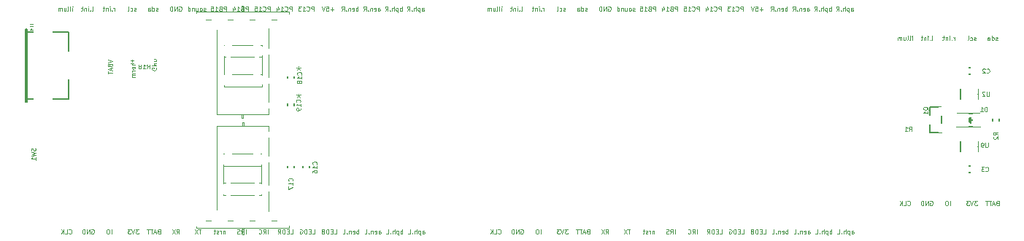
<source format=gbr>
%TF.GenerationSoftware,KiCad,Pcbnew,4.1.0-alpha+201607250105+6992~46~ubuntu15.10.1-product*%
%TF.CreationDate,2016-10-28T12:30:36+02:00*%
%TF.ProjectId,robot1,726F626F74312E6B696361645F706362,rev?*%
%TF.FileFunction,Legend,Bot*%
%FSLAX46Y46*%
G04 Gerber Fmt 4.6, Leading zero omitted, Abs format (unit mm)*
G04 Created by KiCad (PCBNEW 4.1.0-alpha+201607250105+6992~46~ubuntu15.10.1-product) date Fri Oct 28 12:30:36 2016*
%MOMM*%
%LPD*%
G01*
G04 APERTURE LIST*
%ADD10C,0.100000*%
%ADD11C,0.050800*%
%ADD12C,0.101600*%
%ADD13C,0.127000*%
%ADD14C,0.200660*%
%ADD15C,0.152400*%
%ADD16C,0.150000*%
%ADD17R,1.299160X1.400760*%
%ADD18R,1.400760X1.299160*%
%ADD19R,1.924000X2.599640*%
%ADD20O,1.924000X2.599640*%
%ADD21R,1.200100X1.098500*%
%ADD22R,2.599640X1.924000*%
%ADD23O,2.599640X1.924000*%
%ADD24R,2.297380X2.297380*%
%ADD25R,1.748740X0.798780*%
%ADD26R,1.746200X0.798780*%
%ADD27C,1.197560*%
%ADD28R,0.750000X1.600000*%
%ADD29R,1.400000X1.550000*%
%ADD30R,1.600000X1.200000*%
%ADD31C,1.400000*%
%ADD32R,1.598880X1.598880*%
%ADD33R,2.400000X2.300000*%
%ADD34C,2.300000*%
%ADD35R,1.400760X0.999440*%
%ADD36C,1.600000*%
%ADD37C,1.924000*%
G04 APERTURE END LIST*
D10*
D11*
X203121380Y-86208809D02*
X203169761Y-86184619D01*
X203193952Y-86136238D01*
X203193952Y-85700809D01*
X202927857Y-86160428D02*
X202903666Y-86184619D01*
X202927857Y-86208809D01*
X202952047Y-86184619D01*
X202927857Y-86160428D01*
X202927857Y-86208809D01*
X202685952Y-86208809D02*
X202685952Y-85870142D01*
X202685952Y-85700809D02*
X202710142Y-85725000D01*
X202685952Y-85749190D01*
X202661761Y-85725000D01*
X202685952Y-85700809D01*
X202685952Y-85749190D01*
X202444047Y-85870142D02*
X202444047Y-86208809D01*
X202444047Y-85918523D02*
X202419857Y-85894333D01*
X202371476Y-85870142D01*
X202298904Y-85870142D01*
X202250523Y-85894333D01*
X202226333Y-85942714D01*
X202226333Y-86208809D01*
X202057000Y-85870142D02*
X201863476Y-85870142D01*
X201984428Y-85700809D02*
X201984428Y-86136238D01*
X201960238Y-86184619D01*
X201911857Y-86208809D01*
X201863476Y-86208809D01*
X205758142Y-86208809D02*
X205758142Y-85870142D01*
X205758142Y-85966904D02*
X205733952Y-85918523D01*
X205709761Y-85894333D01*
X205661380Y-85870142D01*
X205613000Y-85870142D01*
X205443666Y-86160428D02*
X205419476Y-86184619D01*
X205443666Y-86208809D01*
X205467857Y-86184619D01*
X205443666Y-86160428D01*
X205443666Y-86208809D01*
X205201761Y-86208809D02*
X205201761Y-85870142D01*
X205201761Y-85700809D02*
X205225952Y-85725000D01*
X205201761Y-85749190D01*
X205177571Y-85725000D01*
X205201761Y-85700809D01*
X205201761Y-85749190D01*
X204959857Y-85870142D02*
X204959857Y-86208809D01*
X204959857Y-85918523D02*
X204935666Y-85894333D01*
X204887285Y-85870142D01*
X204814714Y-85870142D01*
X204766333Y-85894333D01*
X204742142Y-85942714D01*
X204742142Y-86208809D01*
X204572809Y-85870142D02*
X204379285Y-85870142D01*
X204500238Y-85700809D02*
X204500238Y-86136238D01*
X204476047Y-86184619D01*
X204427666Y-86208809D01*
X204379285Y-86208809D01*
X210753476Y-86184619D02*
X210705095Y-86208809D01*
X210608333Y-86208809D01*
X210559952Y-86184619D01*
X210535761Y-86136238D01*
X210535761Y-86112047D01*
X210559952Y-86063666D01*
X210608333Y-86039476D01*
X210680904Y-86039476D01*
X210729285Y-86015285D01*
X210753476Y-85966904D01*
X210753476Y-85942714D01*
X210729285Y-85894333D01*
X210680904Y-85870142D01*
X210608333Y-85870142D01*
X210559952Y-85894333D01*
X210100333Y-86208809D02*
X210100333Y-85700809D01*
X210100333Y-86184619D02*
X210148714Y-86208809D01*
X210245476Y-86208809D01*
X210293857Y-86184619D01*
X210318047Y-86160428D01*
X210342238Y-86112047D01*
X210342238Y-85966904D01*
X210318047Y-85918523D01*
X210293857Y-85894333D01*
X210245476Y-85870142D01*
X210148714Y-85870142D01*
X210100333Y-85894333D01*
X209640714Y-86208809D02*
X209640714Y-85942714D01*
X209664904Y-85894333D01*
X209713285Y-85870142D01*
X209810047Y-85870142D01*
X209858428Y-85894333D01*
X209640714Y-86184619D02*
X209689095Y-86208809D01*
X209810047Y-86208809D01*
X209858428Y-86184619D01*
X209882619Y-86136238D01*
X209882619Y-86087857D01*
X209858428Y-86039476D01*
X209810047Y-86015285D01*
X209689095Y-86015285D01*
X209640714Y-85991095D01*
X208231619Y-86184619D02*
X208183238Y-86208809D01*
X208086476Y-86208809D01*
X208038095Y-86184619D01*
X208013904Y-86136238D01*
X208013904Y-86112047D01*
X208038095Y-86063666D01*
X208086476Y-86039476D01*
X208159047Y-86039476D01*
X208207428Y-86015285D01*
X208231619Y-85966904D01*
X208231619Y-85942714D01*
X208207428Y-85894333D01*
X208159047Y-85870142D01*
X208086476Y-85870142D01*
X208038095Y-85894333D01*
X207578476Y-86184619D02*
X207626857Y-86208809D01*
X207723619Y-86208809D01*
X207772000Y-86184619D01*
X207796190Y-86160428D01*
X207820380Y-86112047D01*
X207820380Y-85966904D01*
X207796190Y-85918523D01*
X207772000Y-85894333D01*
X207723619Y-85870142D01*
X207626857Y-85870142D01*
X207578476Y-85894333D01*
X207288190Y-86208809D02*
X207336571Y-86184619D01*
X207360761Y-86136238D01*
X207360761Y-85700809D01*
X200859571Y-86208809D02*
X200859571Y-85870142D01*
X200859571Y-85700809D02*
X200883761Y-85725000D01*
X200859571Y-85749190D01*
X200835380Y-85725000D01*
X200859571Y-85700809D01*
X200859571Y-85749190D01*
X200545095Y-86208809D02*
X200593476Y-86184619D01*
X200617666Y-86136238D01*
X200617666Y-85700809D01*
X200279000Y-86208809D02*
X200327380Y-86184619D01*
X200351571Y-86136238D01*
X200351571Y-85700809D01*
X199867761Y-85870142D02*
X199867761Y-86208809D01*
X200085476Y-85870142D02*
X200085476Y-86136238D01*
X200061285Y-86184619D01*
X200012904Y-86208809D01*
X199940333Y-86208809D01*
X199891952Y-86184619D01*
X199867761Y-86160428D01*
X199625857Y-86208809D02*
X199625857Y-85870142D01*
X199625857Y-85918523D02*
X199601666Y-85894333D01*
X199553285Y-85870142D01*
X199480714Y-85870142D01*
X199432333Y-85894333D01*
X199408142Y-85942714D01*
X199408142Y-86208809D01*
X199408142Y-85942714D02*
X199383952Y-85894333D01*
X199335571Y-85870142D01*
X199263000Y-85870142D01*
X199214619Y-85894333D01*
X199190428Y-85942714D01*
X199190428Y-86208809D01*
X210753476Y-105119714D02*
X210680904Y-105143904D01*
X210656714Y-105168095D01*
X210632523Y-105216476D01*
X210632523Y-105289047D01*
X210656714Y-105337428D01*
X210680904Y-105361619D01*
X210729285Y-105385809D01*
X210922809Y-105385809D01*
X210922809Y-104877809D01*
X210753476Y-104877809D01*
X210705095Y-104902000D01*
X210680904Y-104926190D01*
X210656714Y-104974571D01*
X210656714Y-105022952D01*
X210680904Y-105071333D01*
X210705095Y-105095523D01*
X210753476Y-105119714D01*
X210922809Y-105119714D01*
X210439000Y-105240666D02*
X210197095Y-105240666D01*
X210487380Y-105385809D02*
X210318047Y-104877809D01*
X210148714Y-105385809D01*
X210051952Y-104877809D02*
X209761666Y-104877809D01*
X209906809Y-105385809D02*
X209906809Y-104877809D01*
X209664904Y-104877809D02*
X209374619Y-104877809D01*
X209519761Y-105385809D02*
X209519761Y-104877809D01*
X200327380Y-105337428D02*
X200351571Y-105361619D01*
X200424142Y-105385809D01*
X200472523Y-105385809D01*
X200545095Y-105361619D01*
X200593476Y-105313238D01*
X200617666Y-105264857D01*
X200641857Y-105168095D01*
X200641857Y-105095523D01*
X200617666Y-104998761D01*
X200593476Y-104950380D01*
X200545095Y-104902000D01*
X200472523Y-104877809D01*
X200424142Y-104877809D01*
X200351571Y-104902000D01*
X200327380Y-104926190D01*
X199867761Y-105385809D02*
X200109666Y-105385809D01*
X200109666Y-104877809D01*
X199698428Y-105385809D02*
X199698428Y-104877809D01*
X199408142Y-105385809D02*
X199625857Y-105095523D01*
X199408142Y-104877809D02*
X199698428Y-105168095D01*
X202952047Y-104902000D02*
X203000428Y-104877809D01*
X203073000Y-104877809D01*
X203145571Y-104902000D01*
X203193952Y-104950380D01*
X203218142Y-104998761D01*
X203242333Y-105095523D01*
X203242333Y-105168095D01*
X203218142Y-105264857D01*
X203193952Y-105313238D01*
X203145571Y-105361619D01*
X203073000Y-105385809D01*
X203024619Y-105385809D01*
X202952047Y-105361619D01*
X202927857Y-105337428D01*
X202927857Y-105168095D01*
X203024619Y-105168095D01*
X202710142Y-105385809D02*
X202710142Y-104877809D01*
X202419857Y-105385809D01*
X202419857Y-104877809D01*
X202177952Y-105385809D02*
X202177952Y-104877809D01*
X202057000Y-104877809D01*
X201984428Y-104902000D01*
X201936047Y-104950380D01*
X201911857Y-104998761D01*
X201887666Y-105095523D01*
X201887666Y-105168095D01*
X201911857Y-105264857D01*
X201936047Y-105313238D01*
X201984428Y-105361619D01*
X202057000Y-105385809D01*
X202177952Y-105385809D01*
X205244095Y-105385809D02*
X205244095Y-104877809D01*
X204905428Y-104877809D02*
X204808666Y-104877809D01*
X204760285Y-104902000D01*
X204711904Y-104950380D01*
X204687714Y-105047142D01*
X204687714Y-105216476D01*
X204711904Y-105313238D01*
X204760285Y-105361619D01*
X204808666Y-105385809D01*
X204905428Y-105385809D01*
X204953809Y-105361619D01*
X205002190Y-105313238D01*
X205026380Y-105216476D01*
X205026380Y-105047142D01*
X205002190Y-104950380D01*
X204953809Y-104902000D01*
X204905428Y-104877809D01*
X208400952Y-104877809D02*
X208086476Y-104877809D01*
X208255809Y-105071333D01*
X208183238Y-105071333D01*
X208134857Y-105095523D01*
X208110666Y-105119714D01*
X208086476Y-105168095D01*
X208086476Y-105289047D01*
X208110666Y-105337428D01*
X208134857Y-105361619D01*
X208183238Y-105385809D01*
X208328380Y-105385809D01*
X208376761Y-105361619D01*
X208400952Y-105337428D01*
X207941333Y-104877809D02*
X207772000Y-105385809D01*
X207602666Y-104877809D01*
X207481714Y-104877809D02*
X207167238Y-104877809D01*
X207336571Y-105071333D01*
X207264000Y-105071333D01*
X207215619Y-105095523D01*
X207191428Y-105119714D01*
X207167238Y-105168095D01*
X207167238Y-105289047D01*
X207191428Y-105337428D01*
X207215619Y-105361619D01*
X207264000Y-105385809D01*
X207409142Y-105385809D01*
X207457523Y-105361619D01*
X207481714Y-105337428D01*
X152829380Y-108639428D02*
X152853571Y-108663619D01*
X152926142Y-108687809D01*
X152974523Y-108687809D01*
X153047095Y-108663619D01*
X153095476Y-108615238D01*
X153119666Y-108566857D01*
X153143857Y-108470095D01*
X153143857Y-108397523D01*
X153119666Y-108300761D01*
X153095476Y-108252380D01*
X153047095Y-108204000D01*
X152974523Y-108179809D01*
X152926142Y-108179809D01*
X152853571Y-108204000D01*
X152829380Y-108228190D01*
X152369761Y-108687809D02*
X152611666Y-108687809D01*
X152611666Y-108179809D01*
X152200428Y-108687809D02*
X152200428Y-108179809D01*
X151910142Y-108687809D02*
X152127857Y-108397523D01*
X151910142Y-108179809D02*
X152200428Y-108470095D01*
X160902952Y-108179809D02*
X160588476Y-108179809D01*
X160757809Y-108373333D01*
X160685238Y-108373333D01*
X160636857Y-108397523D01*
X160612666Y-108421714D01*
X160588476Y-108470095D01*
X160588476Y-108591047D01*
X160612666Y-108639428D01*
X160636857Y-108663619D01*
X160685238Y-108687809D01*
X160830380Y-108687809D01*
X160878761Y-108663619D01*
X160902952Y-108639428D01*
X160443333Y-108179809D02*
X160274000Y-108687809D01*
X160104666Y-108179809D01*
X159983714Y-108179809D02*
X159669238Y-108179809D01*
X159838571Y-108373333D01*
X159766000Y-108373333D01*
X159717619Y-108397523D01*
X159693428Y-108421714D01*
X159669238Y-108470095D01*
X159669238Y-108591047D01*
X159693428Y-108639428D01*
X159717619Y-108663619D01*
X159766000Y-108687809D01*
X159911142Y-108687809D01*
X159959523Y-108663619D01*
X159983714Y-108639428D01*
X157746095Y-108687809D02*
X157746095Y-108179809D01*
X157407428Y-108179809D02*
X157310666Y-108179809D01*
X157262285Y-108204000D01*
X157213904Y-108252380D01*
X157189714Y-108349142D01*
X157189714Y-108518476D01*
X157213904Y-108615238D01*
X157262285Y-108663619D01*
X157310666Y-108687809D01*
X157407428Y-108687809D01*
X157455809Y-108663619D01*
X157504190Y-108615238D01*
X157528380Y-108518476D01*
X157528380Y-108349142D01*
X157504190Y-108252380D01*
X157455809Y-108204000D01*
X157407428Y-108179809D01*
X155454047Y-108204000D02*
X155502428Y-108179809D01*
X155575000Y-108179809D01*
X155647571Y-108204000D01*
X155695952Y-108252380D01*
X155720142Y-108300761D01*
X155744333Y-108397523D01*
X155744333Y-108470095D01*
X155720142Y-108566857D01*
X155695952Y-108615238D01*
X155647571Y-108663619D01*
X155575000Y-108687809D01*
X155526619Y-108687809D01*
X155454047Y-108663619D01*
X155429857Y-108639428D01*
X155429857Y-108470095D01*
X155526619Y-108470095D01*
X155212142Y-108687809D02*
X155212142Y-108179809D01*
X154921857Y-108687809D01*
X154921857Y-108179809D01*
X154679952Y-108687809D02*
X154679952Y-108179809D01*
X154559000Y-108179809D01*
X154486428Y-108204000D01*
X154438047Y-108252380D01*
X154413857Y-108300761D01*
X154389666Y-108397523D01*
X154389666Y-108470095D01*
X154413857Y-108566857D01*
X154438047Y-108615238D01*
X154486428Y-108663619D01*
X154559000Y-108687809D01*
X154679952Y-108687809D01*
X178507571Y-108687809D02*
X178749476Y-108687809D01*
X178749476Y-108179809D01*
X178338238Y-108421714D02*
X178168904Y-108421714D01*
X178096333Y-108687809D02*
X178338238Y-108687809D01*
X178338238Y-108179809D01*
X178096333Y-108179809D01*
X177878619Y-108687809D02*
X177878619Y-108179809D01*
X177757666Y-108179809D01*
X177685095Y-108204000D01*
X177636714Y-108252380D01*
X177612523Y-108300761D01*
X177588333Y-108397523D01*
X177588333Y-108470095D01*
X177612523Y-108566857D01*
X177636714Y-108615238D01*
X177685095Y-108663619D01*
X177757666Y-108687809D01*
X177878619Y-108687809D01*
X177080333Y-108687809D02*
X177249666Y-108445904D01*
X177370619Y-108687809D02*
X177370619Y-108179809D01*
X177177095Y-108179809D01*
X177128714Y-108204000D01*
X177104523Y-108228190D01*
X177080333Y-108276571D01*
X177080333Y-108349142D01*
X177104523Y-108397523D01*
X177128714Y-108421714D01*
X177177095Y-108445904D01*
X177370619Y-108445904D01*
X175895000Y-108687809D02*
X175895000Y-108179809D01*
X175362809Y-108687809D02*
X175532142Y-108445904D01*
X175653095Y-108687809D02*
X175653095Y-108179809D01*
X175459571Y-108179809D01*
X175411190Y-108204000D01*
X175387000Y-108228190D01*
X175362809Y-108276571D01*
X175362809Y-108349142D01*
X175387000Y-108397523D01*
X175411190Y-108421714D01*
X175459571Y-108445904D01*
X175653095Y-108445904D01*
X174854809Y-108639428D02*
X174879000Y-108663619D01*
X174951571Y-108687809D01*
X174999952Y-108687809D01*
X175072523Y-108663619D01*
X175120904Y-108615238D01*
X175145095Y-108566857D01*
X175169285Y-108470095D01*
X175169285Y-108397523D01*
X175145095Y-108300761D01*
X175120904Y-108252380D01*
X175072523Y-108204000D01*
X174999952Y-108179809D01*
X174951571Y-108179809D01*
X174879000Y-108204000D01*
X174854809Y-108228190D01*
X173342904Y-108687809D02*
X173342904Y-108179809D01*
X172810714Y-108687809D02*
X172980047Y-108445904D01*
X173101000Y-108687809D02*
X173101000Y-108179809D01*
X172907476Y-108179809D01*
X172859095Y-108204000D01*
X172834904Y-108228190D01*
X172810714Y-108276571D01*
X172810714Y-108349142D01*
X172834904Y-108397523D01*
X172859095Y-108421714D01*
X172907476Y-108445904D01*
X173101000Y-108445904D01*
X172617190Y-108663619D02*
X172544619Y-108687809D01*
X172423666Y-108687809D01*
X172375285Y-108663619D01*
X172351095Y-108639428D01*
X172326904Y-108591047D01*
X172326904Y-108542666D01*
X172351095Y-108494285D01*
X172375285Y-108470095D01*
X172423666Y-108445904D01*
X172520428Y-108421714D01*
X172568809Y-108397523D01*
X172593000Y-108373333D01*
X172617190Y-108324952D01*
X172617190Y-108276571D01*
X172593000Y-108228190D01*
X172568809Y-108204000D01*
X172520428Y-108179809D01*
X172399476Y-108179809D01*
X172326904Y-108204000D01*
X181047571Y-108687809D02*
X181289476Y-108687809D01*
X181289476Y-108179809D01*
X180878238Y-108421714D02*
X180708904Y-108421714D01*
X180636333Y-108687809D02*
X180878238Y-108687809D01*
X180878238Y-108179809D01*
X180636333Y-108179809D01*
X180418619Y-108687809D02*
X180418619Y-108179809D01*
X180297666Y-108179809D01*
X180225095Y-108204000D01*
X180176714Y-108252380D01*
X180152523Y-108300761D01*
X180128333Y-108397523D01*
X180128333Y-108470095D01*
X180152523Y-108566857D01*
X180176714Y-108615238D01*
X180225095Y-108663619D01*
X180297666Y-108687809D01*
X180418619Y-108687809D01*
X179644523Y-108204000D02*
X179692904Y-108179809D01*
X179765476Y-108179809D01*
X179838047Y-108204000D01*
X179886428Y-108252380D01*
X179910619Y-108300761D01*
X179934809Y-108397523D01*
X179934809Y-108470095D01*
X179910619Y-108566857D01*
X179886428Y-108615238D01*
X179838047Y-108663619D01*
X179765476Y-108687809D01*
X179717095Y-108687809D01*
X179644523Y-108663619D01*
X179620333Y-108639428D01*
X179620333Y-108470095D01*
X179717095Y-108470095D01*
X183587571Y-108687809D02*
X183829476Y-108687809D01*
X183829476Y-108179809D01*
X183418238Y-108421714D02*
X183248904Y-108421714D01*
X183176333Y-108687809D02*
X183418238Y-108687809D01*
X183418238Y-108179809D01*
X183176333Y-108179809D01*
X182958619Y-108687809D02*
X182958619Y-108179809D01*
X182837666Y-108179809D01*
X182765095Y-108204000D01*
X182716714Y-108252380D01*
X182692523Y-108300761D01*
X182668333Y-108397523D01*
X182668333Y-108470095D01*
X182692523Y-108566857D01*
X182716714Y-108615238D01*
X182765095Y-108663619D01*
X182837666Y-108687809D01*
X182958619Y-108687809D01*
X182281285Y-108421714D02*
X182208714Y-108445904D01*
X182184523Y-108470095D01*
X182160333Y-108518476D01*
X182160333Y-108591047D01*
X182184523Y-108639428D01*
X182208714Y-108663619D01*
X182257095Y-108687809D01*
X182450619Y-108687809D01*
X182450619Y-108179809D01*
X182281285Y-108179809D01*
X182232904Y-108204000D01*
X182208714Y-108228190D01*
X182184523Y-108276571D01*
X182184523Y-108324952D01*
X182208714Y-108373333D01*
X182232904Y-108397523D01*
X182281285Y-108421714D01*
X182450619Y-108421714D01*
X193844333Y-108687809D02*
X193844333Y-108421714D01*
X193868523Y-108373333D01*
X193916904Y-108349142D01*
X194013666Y-108349142D01*
X194062047Y-108373333D01*
X193844333Y-108663619D02*
X193892714Y-108687809D01*
X194013666Y-108687809D01*
X194062047Y-108663619D01*
X194086238Y-108615238D01*
X194086238Y-108566857D01*
X194062047Y-108518476D01*
X194013666Y-108494285D01*
X193892714Y-108494285D01*
X193844333Y-108470095D01*
X193602428Y-108349142D02*
X193602428Y-108857142D01*
X193602428Y-108373333D02*
X193554047Y-108349142D01*
X193457285Y-108349142D01*
X193408904Y-108373333D01*
X193384714Y-108397523D01*
X193360523Y-108445904D01*
X193360523Y-108591047D01*
X193384714Y-108639428D01*
X193408904Y-108663619D01*
X193457285Y-108687809D01*
X193554047Y-108687809D01*
X193602428Y-108663619D01*
X193142809Y-108687809D02*
X193142809Y-108179809D01*
X192925095Y-108687809D02*
X192925095Y-108421714D01*
X192949285Y-108373333D01*
X192997666Y-108349142D01*
X193070238Y-108349142D01*
X193118619Y-108373333D01*
X193142809Y-108397523D01*
X192683190Y-108639428D02*
X192659000Y-108663619D01*
X192683190Y-108687809D01*
X192707380Y-108663619D01*
X192683190Y-108639428D01*
X192683190Y-108687809D01*
X192199380Y-108687809D02*
X192441285Y-108687809D01*
X192441285Y-108179809D01*
X186429952Y-108687809D02*
X186429952Y-108179809D01*
X186429952Y-108373333D02*
X186381571Y-108349142D01*
X186284809Y-108349142D01*
X186236428Y-108373333D01*
X186212238Y-108397523D01*
X186188047Y-108445904D01*
X186188047Y-108591047D01*
X186212238Y-108639428D01*
X186236428Y-108663619D01*
X186284809Y-108687809D01*
X186381571Y-108687809D01*
X186429952Y-108663619D01*
X185776809Y-108663619D02*
X185825190Y-108687809D01*
X185921952Y-108687809D01*
X185970333Y-108663619D01*
X185994523Y-108615238D01*
X185994523Y-108421714D01*
X185970333Y-108373333D01*
X185921952Y-108349142D01*
X185825190Y-108349142D01*
X185776809Y-108373333D01*
X185752619Y-108421714D01*
X185752619Y-108470095D01*
X185994523Y-108518476D01*
X185534904Y-108349142D02*
X185534904Y-108687809D01*
X185534904Y-108397523D02*
X185510714Y-108373333D01*
X185462333Y-108349142D01*
X185389761Y-108349142D01*
X185341380Y-108373333D01*
X185317190Y-108421714D01*
X185317190Y-108687809D01*
X185075285Y-108639428D02*
X185051095Y-108663619D01*
X185075285Y-108687809D01*
X185099476Y-108663619D01*
X185075285Y-108639428D01*
X185075285Y-108687809D01*
X184591476Y-108687809D02*
X184833380Y-108687809D01*
X184833380Y-108179809D01*
X191522047Y-108687809D02*
X191522047Y-108179809D01*
X191522047Y-108373333D02*
X191473666Y-108349142D01*
X191376904Y-108349142D01*
X191328523Y-108373333D01*
X191304333Y-108397523D01*
X191280142Y-108445904D01*
X191280142Y-108591047D01*
X191304333Y-108639428D01*
X191328523Y-108663619D01*
X191376904Y-108687809D01*
X191473666Y-108687809D01*
X191522047Y-108663619D01*
X191062428Y-108349142D02*
X191062428Y-108857142D01*
X191062428Y-108373333D02*
X191014047Y-108349142D01*
X190917285Y-108349142D01*
X190868904Y-108373333D01*
X190844714Y-108397523D01*
X190820523Y-108445904D01*
X190820523Y-108591047D01*
X190844714Y-108639428D01*
X190868904Y-108663619D01*
X190917285Y-108687809D01*
X191014047Y-108687809D01*
X191062428Y-108663619D01*
X190602809Y-108687809D02*
X190602809Y-108179809D01*
X190385095Y-108687809D02*
X190385095Y-108421714D01*
X190409285Y-108373333D01*
X190457666Y-108349142D01*
X190530238Y-108349142D01*
X190578619Y-108373333D01*
X190602809Y-108397523D01*
X190143190Y-108639428D02*
X190119000Y-108663619D01*
X190143190Y-108687809D01*
X190167380Y-108663619D01*
X190143190Y-108639428D01*
X190143190Y-108687809D01*
X189659380Y-108687809D02*
X189901285Y-108687809D01*
X189901285Y-108179809D01*
X188752238Y-108687809D02*
X188752238Y-108421714D01*
X188776428Y-108373333D01*
X188824809Y-108349142D01*
X188921571Y-108349142D01*
X188969952Y-108373333D01*
X188752238Y-108663619D02*
X188800619Y-108687809D01*
X188921571Y-108687809D01*
X188969952Y-108663619D01*
X188994142Y-108615238D01*
X188994142Y-108566857D01*
X188969952Y-108518476D01*
X188921571Y-108494285D01*
X188800619Y-108494285D01*
X188752238Y-108470095D01*
X188316809Y-108663619D02*
X188365190Y-108687809D01*
X188461952Y-108687809D01*
X188510333Y-108663619D01*
X188534523Y-108615238D01*
X188534523Y-108421714D01*
X188510333Y-108373333D01*
X188461952Y-108349142D01*
X188365190Y-108349142D01*
X188316809Y-108373333D01*
X188292619Y-108421714D01*
X188292619Y-108470095D01*
X188534523Y-108518476D01*
X188074904Y-108349142D02*
X188074904Y-108687809D01*
X188074904Y-108397523D02*
X188050714Y-108373333D01*
X188002333Y-108349142D01*
X187929761Y-108349142D01*
X187881380Y-108373333D01*
X187857190Y-108421714D01*
X187857190Y-108687809D01*
X187615285Y-108639428D02*
X187591095Y-108663619D01*
X187615285Y-108687809D01*
X187639476Y-108663619D01*
X187615285Y-108639428D01*
X187615285Y-108687809D01*
X187131476Y-108687809D02*
X187373380Y-108687809D01*
X187373380Y-108179809D01*
X170923857Y-108349142D02*
X170923857Y-108687809D01*
X170923857Y-108397523D02*
X170899666Y-108373333D01*
X170851285Y-108349142D01*
X170778714Y-108349142D01*
X170730333Y-108373333D01*
X170706142Y-108421714D01*
X170706142Y-108687809D01*
X170464238Y-108687809D02*
X170464238Y-108349142D01*
X170464238Y-108445904D02*
X170440047Y-108397523D01*
X170415857Y-108373333D01*
X170367476Y-108349142D01*
X170319095Y-108349142D01*
X170173952Y-108663619D02*
X170125571Y-108687809D01*
X170028809Y-108687809D01*
X169980428Y-108663619D01*
X169956238Y-108615238D01*
X169956238Y-108591047D01*
X169980428Y-108542666D01*
X170028809Y-108518476D01*
X170101380Y-108518476D01*
X170149761Y-108494285D01*
X170173952Y-108445904D01*
X170173952Y-108421714D01*
X170149761Y-108373333D01*
X170101380Y-108349142D01*
X170028809Y-108349142D01*
X169980428Y-108373333D01*
X169811095Y-108349142D02*
X169617571Y-108349142D01*
X169738523Y-108179809D02*
X169738523Y-108615238D01*
X169714333Y-108663619D01*
X169665952Y-108687809D01*
X169617571Y-108687809D01*
X163255476Y-108421714D02*
X163182904Y-108445904D01*
X163158714Y-108470095D01*
X163134523Y-108518476D01*
X163134523Y-108591047D01*
X163158714Y-108639428D01*
X163182904Y-108663619D01*
X163231285Y-108687809D01*
X163424809Y-108687809D01*
X163424809Y-108179809D01*
X163255476Y-108179809D01*
X163207095Y-108204000D01*
X163182904Y-108228190D01*
X163158714Y-108276571D01*
X163158714Y-108324952D01*
X163182904Y-108373333D01*
X163207095Y-108397523D01*
X163255476Y-108421714D01*
X163424809Y-108421714D01*
X162941000Y-108542666D02*
X162699095Y-108542666D01*
X162989380Y-108687809D02*
X162820047Y-108179809D01*
X162650714Y-108687809D01*
X162553952Y-108179809D02*
X162263666Y-108179809D01*
X162408809Y-108687809D02*
X162408809Y-108179809D01*
X162166904Y-108179809D02*
X161876619Y-108179809D01*
X162021761Y-108687809D02*
X162021761Y-108179809D01*
X165311666Y-108687809D02*
X165481000Y-108445904D01*
X165601952Y-108687809D02*
X165601952Y-108179809D01*
X165408428Y-108179809D01*
X165360047Y-108204000D01*
X165335857Y-108228190D01*
X165311666Y-108276571D01*
X165311666Y-108349142D01*
X165335857Y-108397523D01*
X165360047Y-108421714D01*
X165408428Y-108445904D01*
X165601952Y-108445904D01*
X165142333Y-108179809D02*
X164803666Y-108687809D01*
X164803666Y-108179809D02*
X165142333Y-108687809D01*
X168154047Y-108179809D02*
X167863761Y-108179809D01*
X168008904Y-108687809D02*
X168008904Y-108179809D01*
X167742809Y-108179809D02*
X167404142Y-108687809D01*
X167404142Y-108179809D02*
X167742809Y-108687809D01*
X181210857Y-82779809D02*
X181210857Y-82271809D01*
X181017333Y-82271809D01*
X180968952Y-82296000D01*
X180944761Y-82320190D01*
X180920571Y-82368571D01*
X180920571Y-82441142D01*
X180944761Y-82489523D01*
X180968952Y-82513714D01*
X181017333Y-82537904D01*
X181210857Y-82537904D01*
X180412571Y-82731428D02*
X180436761Y-82755619D01*
X180509333Y-82779809D01*
X180557714Y-82779809D01*
X180630285Y-82755619D01*
X180678666Y-82707238D01*
X180702857Y-82658857D01*
X180727047Y-82562095D01*
X180727047Y-82489523D01*
X180702857Y-82392761D01*
X180678666Y-82344380D01*
X180630285Y-82296000D01*
X180557714Y-82271809D01*
X180509333Y-82271809D01*
X180436761Y-82296000D01*
X180412571Y-82320190D01*
X179928761Y-82779809D02*
X180219047Y-82779809D01*
X180073904Y-82779809D02*
X180073904Y-82271809D01*
X180122285Y-82344380D01*
X180170666Y-82392761D01*
X180219047Y-82416952D01*
X179759428Y-82271809D02*
X179444952Y-82271809D01*
X179614285Y-82465333D01*
X179541714Y-82465333D01*
X179493333Y-82489523D01*
X179469142Y-82513714D01*
X179444952Y-82562095D01*
X179444952Y-82683047D01*
X179469142Y-82731428D01*
X179493333Y-82755619D01*
X179541714Y-82779809D01*
X179686857Y-82779809D01*
X179735238Y-82755619D01*
X179759428Y-82731428D01*
X183533142Y-82586285D02*
X183146095Y-82586285D01*
X183339619Y-82779809D02*
X183339619Y-82392761D01*
X182662285Y-82271809D02*
X182904190Y-82271809D01*
X182928380Y-82513714D01*
X182904190Y-82489523D01*
X182855809Y-82465333D01*
X182734857Y-82465333D01*
X182686476Y-82489523D01*
X182662285Y-82513714D01*
X182638095Y-82562095D01*
X182638095Y-82683047D01*
X182662285Y-82731428D01*
X182686476Y-82755619D01*
X182734857Y-82779809D01*
X182855809Y-82779809D01*
X182904190Y-82755619D01*
X182928380Y-82731428D01*
X182492952Y-82271809D02*
X182323619Y-82779809D01*
X182154285Y-82271809D01*
X188673619Y-82779809D02*
X188673619Y-82513714D01*
X188697809Y-82465333D01*
X188746190Y-82441142D01*
X188842952Y-82441142D01*
X188891333Y-82465333D01*
X188673619Y-82755619D02*
X188722000Y-82779809D01*
X188842952Y-82779809D01*
X188891333Y-82755619D01*
X188915523Y-82707238D01*
X188915523Y-82658857D01*
X188891333Y-82610476D01*
X188842952Y-82586285D01*
X188722000Y-82586285D01*
X188673619Y-82562095D01*
X188238190Y-82755619D02*
X188286571Y-82779809D01*
X188383333Y-82779809D01*
X188431714Y-82755619D01*
X188455904Y-82707238D01*
X188455904Y-82513714D01*
X188431714Y-82465333D01*
X188383333Y-82441142D01*
X188286571Y-82441142D01*
X188238190Y-82465333D01*
X188214000Y-82513714D01*
X188214000Y-82562095D01*
X188455904Y-82610476D01*
X187996285Y-82441142D02*
X187996285Y-82779809D01*
X187996285Y-82489523D02*
X187972095Y-82465333D01*
X187923714Y-82441142D01*
X187851142Y-82441142D01*
X187802761Y-82465333D01*
X187778571Y-82513714D01*
X187778571Y-82779809D01*
X187536666Y-82731428D02*
X187512476Y-82755619D01*
X187536666Y-82779809D01*
X187560857Y-82755619D01*
X187536666Y-82731428D01*
X187536666Y-82779809D01*
X187004476Y-82779809D02*
X187173809Y-82537904D01*
X187294761Y-82779809D02*
X187294761Y-82271809D01*
X187101238Y-82271809D01*
X187052857Y-82296000D01*
X187028666Y-82320190D01*
X187004476Y-82368571D01*
X187004476Y-82441142D01*
X187028666Y-82489523D01*
X187052857Y-82513714D01*
X187101238Y-82537904D01*
X187294761Y-82537904D01*
X186351333Y-82779809D02*
X186351333Y-82271809D01*
X186351333Y-82465333D02*
X186302952Y-82441142D01*
X186206190Y-82441142D01*
X186157809Y-82465333D01*
X186133619Y-82489523D01*
X186109428Y-82537904D01*
X186109428Y-82683047D01*
X186133619Y-82731428D01*
X186157809Y-82755619D01*
X186206190Y-82779809D01*
X186302952Y-82779809D01*
X186351333Y-82755619D01*
X185698190Y-82755619D02*
X185746571Y-82779809D01*
X185843333Y-82779809D01*
X185891714Y-82755619D01*
X185915904Y-82707238D01*
X185915904Y-82513714D01*
X185891714Y-82465333D01*
X185843333Y-82441142D01*
X185746571Y-82441142D01*
X185698190Y-82465333D01*
X185674000Y-82513714D01*
X185674000Y-82562095D01*
X185915904Y-82610476D01*
X185456285Y-82441142D02*
X185456285Y-82779809D01*
X185456285Y-82489523D02*
X185432095Y-82465333D01*
X185383714Y-82441142D01*
X185311142Y-82441142D01*
X185262761Y-82465333D01*
X185238571Y-82513714D01*
X185238571Y-82779809D01*
X184996666Y-82731428D02*
X184972476Y-82755619D01*
X184996666Y-82779809D01*
X185020857Y-82755619D01*
X184996666Y-82731428D01*
X184996666Y-82779809D01*
X184464476Y-82779809D02*
X184633809Y-82537904D01*
X184754761Y-82779809D02*
X184754761Y-82271809D01*
X184561238Y-82271809D01*
X184512857Y-82296000D01*
X184488666Y-82320190D01*
X184464476Y-82368571D01*
X184464476Y-82441142D01*
X184488666Y-82489523D01*
X184512857Y-82513714D01*
X184561238Y-82537904D01*
X184754761Y-82537904D01*
X178670857Y-82779809D02*
X178670857Y-82271809D01*
X178477333Y-82271809D01*
X178428952Y-82296000D01*
X178404761Y-82320190D01*
X178380571Y-82368571D01*
X178380571Y-82441142D01*
X178404761Y-82489523D01*
X178428952Y-82513714D01*
X178477333Y-82537904D01*
X178670857Y-82537904D01*
X177872571Y-82731428D02*
X177896761Y-82755619D01*
X177969333Y-82779809D01*
X178017714Y-82779809D01*
X178090285Y-82755619D01*
X178138666Y-82707238D01*
X178162857Y-82658857D01*
X178187047Y-82562095D01*
X178187047Y-82489523D01*
X178162857Y-82392761D01*
X178138666Y-82344380D01*
X178090285Y-82296000D01*
X178017714Y-82271809D01*
X177969333Y-82271809D01*
X177896761Y-82296000D01*
X177872571Y-82320190D01*
X177388761Y-82779809D02*
X177679047Y-82779809D01*
X177533904Y-82779809D02*
X177533904Y-82271809D01*
X177582285Y-82344380D01*
X177630666Y-82392761D01*
X177679047Y-82416952D01*
X176953333Y-82441142D02*
X176953333Y-82779809D01*
X177074285Y-82247619D02*
X177195238Y-82610476D01*
X176880761Y-82610476D01*
X176130857Y-82779809D02*
X176130857Y-82271809D01*
X175937333Y-82271809D01*
X175888952Y-82296000D01*
X175864761Y-82320190D01*
X175840571Y-82368571D01*
X175840571Y-82441142D01*
X175864761Y-82489523D01*
X175888952Y-82513714D01*
X175937333Y-82537904D01*
X176130857Y-82537904D01*
X175332571Y-82731428D02*
X175356761Y-82755619D01*
X175429333Y-82779809D01*
X175477714Y-82779809D01*
X175550285Y-82755619D01*
X175598666Y-82707238D01*
X175622857Y-82658857D01*
X175647047Y-82562095D01*
X175647047Y-82489523D01*
X175622857Y-82392761D01*
X175598666Y-82344380D01*
X175550285Y-82296000D01*
X175477714Y-82271809D01*
X175429333Y-82271809D01*
X175356761Y-82296000D01*
X175332571Y-82320190D01*
X174848761Y-82779809D02*
X175139047Y-82779809D01*
X174993904Y-82779809D02*
X174993904Y-82271809D01*
X175042285Y-82344380D01*
X175090666Y-82392761D01*
X175139047Y-82416952D01*
X174389142Y-82271809D02*
X174631047Y-82271809D01*
X174655238Y-82513714D01*
X174631047Y-82489523D01*
X174582666Y-82465333D01*
X174461714Y-82465333D01*
X174413333Y-82489523D01*
X174389142Y-82513714D01*
X174364952Y-82562095D01*
X174364952Y-82683047D01*
X174389142Y-82731428D01*
X174413333Y-82755619D01*
X174461714Y-82779809D01*
X174582666Y-82779809D01*
X174631047Y-82755619D01*
X174655238Y-82731428D01*
X191443428Y-82779809D02*
X191443428Y-82271809D01*
X191443428Y-82465333D02*
X191395047Y-82441142D01*
X191298285Y-82441142D01*
X191249904Y-82465333D01*
X191225714Y-82489523D01*
X191201523Y-82537904D01*
X191201523Y-82683047D01*
X191225714Y-82731428D01*
X191249904Y-82755619D01*
X191298285Y-82779809D01*
X191395047Y-82779809D01*
X191443428Y-82755619D01*
X190983809Y-82441142D02*
X190983809Y-82949142D01*
X190983809Y-82465333D02*
X190935428Y-82441142D01*
X190838666Y-82441142D01*
X190790285Y-82465333D01*
X190766095Y-82489523D01*
X190741904Y-82537904D01*
X190741904Y-82683047D01*
X190766095Y-82731428D01*
X190790285Y-82755619D01*
X190838666Y-82779809D01*
X190935428Y-82779809D01*
X190983809Y-82755619D01*
X190524190Y-82779809D02*
X190524190Y-82271809D01*
X190306476Y-82779809D02*
X190306476Y-82513714D01*
X190330666Y-82465333D01*
X190379047Y-82441142D01*
X190451619Y-82441142D01*
X190500000Y-82465333D01*
X190524190Y-82489523D01*
X190064571Y-82731428D02*
X190040380Y-82755619D01*
X190064571Y-82779809D01*
X190088761Y-82755619D01*
X190064571Y-82731428D01*
X190064571Y-82779809D01*
X189532380Y-82779809D02*
X189701714Y-82537904D01*
X189822666Y-82779809D02*
X189822666Y-82271809D01*
X189629142Y-82271809D01*
X189580761Y-82296000D01*
X189556571Y-82320190D01*
X189532380Y-82368571D01*
X189532380Y-82441142D01*
X189556571Y-82489523D01*
X189580761Y-82513714D01*
X189629142Y-82537904D01*
X189822666Y-82537904D01*
X193765714Y-82779809D02*
X193765714Y-82513714D01*
X193789904Y-82465333D01*
X193838285Y-82441142D01*
X193935047Y-82441142D01*
X193983428Y-82465333D01*
X193765714Y-82755619D02*
X193814095Y-82779809D01*
X193935047Y-82779809D01*
X193983428Y-82755619D01*
X194007619Y-82707238D01*
X194007619Y-82658857D01*
X193983428Y-82610476D01*
X193935047Y-82586285D01*
X193814095Y-82586285D01*
X193765714Y-82562095D01*
X193523809Y-82441142D02*
X193523809Y-82949142D01*
X193523809Y-82465333D02*
X193475428Y-82441142D01*
X193378666Y-82441142D01*
X193330285Y-82465333D01*
X193306095Y-82489523D01*
X193281904Y-82537904D01*
X193281904Y-82683047D01*
X193306095Y-82731428D01*
X193330285Y-82755619D01*
X193378666Y-82779809D01*
X193475428Y-82779809D01*
X193523809Y-82755619D01*
X193064190Y-82779809D02*
X193064190Y-82271809D01*
X192846476Y-82779809D02*
X192846476Y-82513714D01*
X192870666Y-82465333D01*
X192919047Y-82441142D01*
X192991619Y-82441142D01*
X193040000Y-82465333D01*
X193064190Y-82489523D01*
X192604571Y-82731428D02*
X192580380Y-82755619D01*
X192604571Y-82779809D01*
X192628761Y-82755619D01*
X192604571Y-82731428D01*
X192604571Y-82779809D01*
X192072380Y-82779809D02*
X192241714Y-82537904D01*
X192362666Y-82779809D02*
X192362666Y-82271809D01*
X192169142Y-82271809D01*
X192120761Y-82296000D01*
X192096571Y-82320190D01*
X192072380Y-82368571D01*
X192072380Y-82441142D01*
X192096571Y-82489523D01*
X192120761Y-82513714D01*
X192169142Y-82537904D01*
X192362666Y-82537904D01*
X158133142Y-82779809D02*
X158133142Y-82441142D01*
X158133142Y-82537904D02*
X158108952Y-82489523D01*
X158084761Y-82465333D01*
X158036380Y-82441142D01*
X157988000Y-82441142D01*
X157818666Y-82731428D02*
X157794476Y-82755619D01*
X157818666Y-82779809D01*
X157842857Y-82755619D01*
X157818666Y-82731428D01*
X157818666Y-82779809D01*
X157576761Y-82779809D02*
X157576761Y-82441142D01*
X157576761Y-82271809D02*
X157600952Y-82296000D01*
X157576761Y-82320190D01*
X157552571Y-82296000D01*
X157576761Y-82271809D01*
X157576761Y-82320190D01*
X157334857Y-82441142D02*
X157334857Y-82779809D01*
X157334857Y-82489523D02*
X157310666Y-82465333D01*
X157262285Y-82441142D01*
X157189714Y-82441142D01*
X157141333Y-82465333D01*
X157117142Y-82513714D01*
X157117142Y-82779809D01*
X156947809Y-82441142D02*
X156754285Y-82441142D01*
X156875238Y-82271809D02*
X156875238Y-82707238D01*
X156851047Y-82755619D01*
X156802666Y-82779809D01*
X156754285Y-82779809D01*
X153234571Y-82779809D02*
X153234571Y-82441142D01*
X153234571Y-82271809D02*
X153258761Y-82296000D01*
X153234571Y-82320190D01*
X153210380Y-82296000D01*
X153234571Y-82271809D01*
X153234571Y-82320190D01*
X152920095Y-82779809D02*
X152968476Y-82755619D01*
X152992666Y-82707238D01*
X152992666Y-82271809D01*
X152654000Y-82779809D02*
X152702380Y-82755619D01*
X152726571Y-82707238D01*
X152726571Y-82271809D01*
X152242761Y-82441142D02*
X152242761Y-82779809D01*
X152460476Y-82441142D02*
X152460476Y-82707238D01*
X152436285Y-82755619D01*
X152387904Y-82779809D01*
X152315333Y-82779809D01*
X152266952Y-82755619D01*
X152242761Y-82731428D01*
X152000857Y-82779809D02*
X152000857Y-82441142D01*
X152000857Y-82489523D02*
X151976666Y-82465333D01*
X151928285Y-82441142D01*
X151855714Y-82441142D01*
X151807333Y-82465333D01*
X151783142Y-82513714D01*
X151783142Y-82779809D01*
X151783142Y-82513714D02*
X151758952Y-82465333D01*
X151710571Y-82441142D01*
X151638000Y-82441142D01*
X151589619Y-82465333D01*
X151565428Y-82513714D01*
X151565428Y-82779809D01*
X155496380Y-82779809D02*
X155544761Y-82755619D01*
X155568952Y-82707238D01*
X155568952Y-82271809D01*
X155302857Y-82731428D02*
X155278666Y-82755619D01*
X155302857Y-82779809D01*
X155327047Y-82755619D01*
X155302857Y-82731428D01*
X155302857Y-82779809D01*
X155060952Y-82779809D02*
X155060952Y-82441142D01*
X155060952Y-82271809D02*
X155085142Y-82296000D01*
X155060952Y-82320190D01*
X155036761Y-82296000D01*
X155060952Y-82271809D01*
X155060952Y-82320190D01*
X154819047Y-82441142D02*
X154819047Y-82779809D01*
X154819047Y-82489523D02*
X154794857Y-82465333D01*
X154746476Y-82441142D01*
X154673904Y-82441142D01*
X154625523Y-82465333D01*
X154601333Y-82513714D01*
X154601333Y-82779809D01*
X154432000Y-82441142D02*
X154238476Y-82441142D01*
X154359428Y-82271809D02*
X154359428Y-82707238D01*
X154335238Y-82755619D01*
X154286857Y-82779809D01*
X154238476Y-82779809D01*
X171050857Y-82779809D02*
X171050857Y-82271809D01*
X170857333Y-82271809D01*
X170808952Y-82296000D01*
X170784761Y-82320190D01*
X170760571Y-82368571D01*
X170760571Y-82441142D01*
X170784761Y-82489523D01*
X170808952Y-82513714D01*
X170857333Y-82537904D01*
X171050857Y-82537904D01*
X170373523Y-82513714D02*
X170300952Y-82537904D01*
X170276761Y-82562095D01*
X170252571Y-82610476D01*
X170252571Y-82683047D01*
X170276761Y-82731428D01*
X170300952Y-82755619D01*
X170349333Y-82779809D01*
X170542857Y-82779809D01*
X170542857Y-82271809D01*
X170373523Y-82271809D01*
X170325142Y-82296000D01*
X170300952Y-82320190D01*
X170276761Y-82368571D01*
X170276761Y-82416952D01*
X170300952Y-82465333D01*
X170325142Y-82489523D01*
X170373523Y-82513714D01*
X170542857Y-82513714D01*
X169768761Y-82779809D02*
X170059047Y-82779809D01*
X169913904Y-82779809D02*
X169913904Y-82271809D01*
X169962285Y-82344380D01*
X170010666Y-82392761D01*
X170059047Y-82416952D01*
X169309142Y-82271809D02*
X169551047Y-82271809D01*
X169575238Y-82513714D01*
X169551047Y-82489523D01*
X169502666Y-82465333D01*
X169381714Y-82465333D01*
X169333333Y-82489523D01*
X169309142Y-82513714D01*
X169284952Y-82562095D01*
X169284952Y-82683047D01*
X169309142Y-82731428D01*
X169333333Y-82755619D01*
X169381714Y-82779809D01*
X169502666Y-82779809D01*
X169551047Y-82755619D01*
X169575238Y-82731428D01*
X168668095Y-82755619D02*
X168619714Y-82779809D01*
X168522952Y-82779809D01*
X168474571Y-82755619D01*
X168450380Y-82707238D01*
X168450380Y-82683047D01*
X168474571Y-82634666D01*
X168522952Y-82610476D01*
X168595523Y-82610476D01*
X168643904Y-82586285D01*
X168668095Y-82537904D01*
X168668095Y-82513714D01*
X168643904Y-82465333D01*
X168595523Y-82441142D01*
X168522952Y-82441142D01*
X168474571Y-82465333D01*
X168160095Y-82779809D02*
X168208476Y-82755619D01*
X168232666Y-82731428D01*
X168256857Y-82683047D01*
X168256857Y-82537904D01*
X168232666Y-82489523D01*
X168208476Y-82465333D01*
X168160095Y-82441142D01*
X168087523Y-82441142D01*
X168039142Y-82465333D01*
X168014952Y-82489523D01*
X167990761Y-82537904D01*
X167990761Y-82683047D01*
X168014952Y-82731428D01*
X168039142Y-82755619D01*
X168087523Y-82779809D01*
X168160095Y-82779809D01*
X167555333Y-82441142D02*
X167555333Y-82779809D01*
X167773047Y-82441142D02*
X167773047Y-82707238D01*
X167748857Y-82755619D01*
X167700476Y-82779809D01*
X167627904Y-82779809D01*
X167579523Y-82755619D01*
X167555333Y-82731428D01*
X167313428Y-82441142D02*
X167313428Y-82779809D01*
X167313428Y-82489523D02*
X167289238Y-82465333D01*
X167240857Y-82441142D01*
X167168285Y-82441142D01*
X167119904Y-82465333D01*
X167095714Y-82513714D01*
X167095714Y-82779809D01*
X166636095Y-82779809D02*
X166636095Y-82271809D01*
X166636095Y-82755619D02*
X166684476Y-82779809D01*
X166781238Y-82779809D01*
X166829619Y-82755619D01*
X166853809Y-82731428D01*
X166878000Y-82683047D01*
X166878000Y-82537904D01*
X166853809Y-82489523D01*
X166829619Y-82465333D01*
X166781238Y-82441142D01*
X166684476Y-82441142D01*
X166636095Y-82465333D01*
X173590857Y-82779809D02*
X173590857Y-82271809D01*
X173397333Y-82271809D01*
X173348952Y-82296000D01*
X173324761Y-82320190D01*
X173300571Y-82368571D01*
X173300571Y-82441142D01*
X173324761Y-82489523D01*
X173348952Y-82513714D01*
X173397333Y-82537904D01*
X173590857Y-82537904D01*
X172913523Y-82513714D02*
X172840952Y-82537904D01*
X172816761Y-82562095D01*
X172792571Y-82610476D01*
X172792571Y-82683047D01*
X172816761Y-82731428D01*
X172840952Y-82755619D01*
X172889333Y-82779809D01*
X173082857Y-82779809D01*
X173082857Y-82271809D01*
X172913523Y-82271809D01*
X172865142Y-82296000D01*
X172840952Y-82320190D01*
X172816761Y-82368571D01*
X172816761Y-82416952D01*
X172840952Y-82465333D01*
X172865142Y-82489523D01*
X172913523Y-82513714D01*
X173082857Y-82513714D01*
X172308761Y-82779809D02*
X172599047Y-82779809D01*
X172453904Y-82779809D02*
X172453904Y-82271809D01*
X172502285Y-82344380D01*
X172550666Y-82392761D01*
X172599047Y-82416952D01*
X171873333Y-82441142D02*
X171873333Y-82779809D01*
X171994285Y-82247619D02*
X172115238Y-82610476D01*
X171800761Y-82610476D01*
X160606619Y-82755619D02*
X160558238Y-82779809D01*
X160461476Y-82779809D01*
X160413095Y-82755619D01*
X160388904Y-82707238D01*
X160388904Y-82683047D01*
X160413095Y-82634666D01*
X160461476Y-82610476D01*
X160534047Y-82610476D01*
X160582428Y-82586285D01*
X160606619Y-82537904D01*
X160606619Y-82513714D01*
X160582428Y-82465333D01*
X160534047Y-82441142D01*
X160461476Y-82441142D01*
X160413095Y-82465333D01*
X159953476Y-82755619D02*
X160001857Y-82779809D01*
X160098619Y-82779809D01*
X160147000Y-82755619D01*
X160171190Y-82731428D01*
X160195380Y-82683047D01*
X160195380Y-82537904D01*
X160171190Y-82489523D01*
X160147000Y-82465333D01*
X160098619Y-82441142D01*
X160001857Y-82441142D01*
X159953476Y-82465333D01*
X159663190Y-82779809D02*
X159711571Y-82755619D01*
X159735761Y-82707238D01*
X159735761Y-82271809D01*
X165614047Y-82296000D02*
X165662428Y-82271809D01*
X165735000Y-82271809D01*
X165807571Y-82296000D01*
X165855952Y-82344380D01*
X165880142Y-82392761D01*
X165904333Y-82489523D01*
X165904333Y-82562095D01*
X165880142Y-82658857D01*
X165855952Y-82707238D01*
X165807571Y-82755619D01*
X165735000Y-82779809D01*
X165686619Y-82779809D01*
X165614047Y-82755619D01*
X165589857Y-82731428D01*
X165589857Y-82562095D01*
X165686619Y-82562095D01*
X165372142Y-82779809D02*
X165372142Y-82271809D01*
X165081857Y-82779809D01*
X165081857Y-82271809D01*
X164839952Y-82779809D02*
X164839952Y-82271809D01*
X164719000Y-82271809D01*
X164646428Y-82296000D01*
X164598047Y-82344380D01*
X164573857Y-82392761D01*
X164549666Y-82489523D01*
X164549666Y-82562095D01*
X164573857Y-82658857D01*
X164598047Y-82707238D01*
X164646428Y-82755619D01*
X164719000Y-82779809D01*
X164839952Y-82779809D01*
X163128476Y-82755619D02*
X163080095Y-82779809D01*
X162983333Y-82779809D01*
X162934952Y-82755619D01*
X162910761Y-82707238D01*
X162910761Y-82683047D01*
X162934952Y-82634666D01*
X162983333Y-82610476D01*
X163055904Y-82610476D01*
X163104285Y-82586285D01*
X163128476Y-82537904D01*
X163128476Y-82513714D01*
X163104285Y-82465333D01*
X163055904Y-82441142D01*
X162983333Y-82441142D01*
X162934952Y-82465333D01*
X162475333Y-82779809D02*
X162475333Y-82271809D01*
X162475333Y-82755619D02*
X162523714Y-82779809D01*
X162620476Y-82779809D01*
X162668857Y-82755619D01*
X162693047Y-82731428D01*
X162717238Y-82683047D01*
X162717238Y-82537904D01*
X162693047Y-82489523D01*
X162668857Y-82465333D01*
X162620476Y-82441142D01*
X162523714Y-82441142D01*
X162475333Y-82465333D01*
X162015714Y-82779809D02*
X162015714Y-82513714D01*
X162039904Y-82465333D01*
X162088285Y-82441142D01*
X162185047Y-82441142D01*
X162233428Y-82465333D01*
X162015714Y-82755619D02*
X162064095Y-82779809D01*
X162185047Y-82779809D01*
X162233428Y-82755619D01*
X162257619Y-82707238D01*
X162257619Y-82658857D01*
X162233428Y-82610476D01*
X162185047Y-82586285D01*
X162064095Y-82586285D01*
X162015714Y-82562095D01*
D12*
X129667000Y-89232619D02*
X129667000Y-89474523D01*
X129908904Y-89377761D02*
X129667000Y-89474523D01*
X129425095Y-89377761D01*
X129812142Y-89668047D02*
X129667000Y-89474523D01*
X129521857Y-89668047D01*
X129667000Y-92407619D02*
X129667000Y-92649523D01*
X129908904Y-92552761D02*
X129667000Y-92649523D01*
X129425095Y-92552761D01*
X129812142Y-92843047D02*
X129667000Y-92649523D01*
X129521857Y-92843047D01*
D11*
X113344476Y-82755619D02*
X113296095Y-82779809D01*
X113199333Y-82779809D01*
X113150952Y-82755619D01*
X113126761Y-82707238D01*
X113126761Y-82683047D01*
X113150952Y-82634666D01*
X113199333Y-82610476D01*
X113271904Y-82610476D01*
X113320285Y-82586285D01*
X113344476Y-82537904D01*
X113344476Y-82513714D01*
X113320285Y-82465333D01*
X113271904Y-82441142D01*
X113199333Y-82441142D01*
X113150952Y-82465333D01*
X112691333Y-82779809D02*
X112691333Y-82271809D01*
X112691333Y-82755619D02*
X112739714Y-82779809D01*
X112836476Y-82779809D01*
X112884857Y-82755619D01*
X112909047Y-82731428D01*
X112933238Y-82683047D01*
X112933238Y-82537904D01*
X112909047Y-82489523D01*
X112884857Y-82465333D01*
X112836476Y-82441142D01*
X112739714Y-82441142D01*
X112691333Y-82465333D01*
X112231714Y-82779809D02*
X112231714Y-82513714D01*
X112255904Y-82465333D01*
X112304285Y-82441142D01*
X112401047Y-82441142D01*
X112449428Y-82465333D01*
X112231714Y-82755619D02*
X112280095Y-82779809D01*
X112401047Y-82779809D01*
X112449428Y-82755619D01*
X112473619Y-82707238D01*
X112473619Y-82658857D01*
X112449428Y-82610476D01*
X112401047Y-82586285D01*
X112280095Y-82586285D01*
X112231714Y-82562095D01*
X110822619Y-82755619D02*
X110774238Y-82779809D01*
X110677476Y-82779809D01*
X110629095Y-82755619D01*
X110604904Y-82707238D01*
X110604904Y-82683047D01*
X110629095Y-82634666D01*
X110677476Y-82610476D01*
X110750047Y-82610476D01*
X110798428Y-82586285D01*
X110822619Y-82537904D01*
X110822619Y-82513714D01*
X110798428Y-82465333D01*
X110750047Y-82441142D01*
X110677476Y-82441142D01*
X110629095Y-82465333D01*
X110169476Y-82755619D02*
X110217857Y-82779809D01*
X110314619Y-82779809D01*
X110363000Y-82755619D01*
X110387190Y-82731428D01*
X110411380Y-82683047D01*
X110411380Y-82537904D01*
X110387190Y-82489523D01*
X110363000Y-82465333D01*
X110314619Y-82441142D01*
X110217857Y-82441142D01*
X110169476Y-82465333D01*
X109879190Y-82779809D02*
X109927571Y-82755619D01*
X109951761Y-82707238D01*
X109951761Y-82271809D01*
X118884095Y-82755619D02*
X118835714Y-82779809D01*
X118738952Y-82779809D01*
X118690571Y-82755619D01*
X118666380Y-82707238D01*
X118666380Y-82683047D01*
X118690571Y-82634666D01*
X118738952Y-82610476D01*
X118811523Y-82610476D01*
X118859904Y-82586285D01*
X118884095Y-82537904D01*
X118884095Y-82513714D01*
X118859904Y-82465333D01*
X118811523Y-82441142D01*
X118738952Y-82441142D01*
X118690571Y-82465333D01*
X118376095Y-82779809D02*
X118424476Y-82755619D01*
X118448666Y-82731428D01*
X118472857Y-82683047D01*
X118472857Y-82537904D01*
X118448666Y-82489523D01*
X118424476Y-82465333D01*
X118376095Y-82441142D01*
X118303523Y-82441142D01*
X118255142Y-82465333D01*
X118230952Y-82489523D01*
X118206761Y-82537904D01*
X118206761Y-82683047D01*
X118230952Y-82731428D01*
X118255142Y-82755619D01*
X118303523Y-82779809D01*
X118376095Y-82779809D01*
X117771333Y-82441142D02*
X117771333Y-82779809D01*
X117989047Y-82441142D02*
X117989047Y-82707238D01*
X117964857Y-82755619D01*
X117916476Y-82779809D01*
X117843904Y-82779809D01*
X117795523Y-82755619D01*
X117771333Y-82731428D01*
X117529428Y-82441142D02*
X117529428Y-82779809D01*
X117529428Y-82489523D02*
X117505238Y-82465333D01*
X117456857Y-82441142D01*
X117384285Y-82441142D01*
X117335904Y-82465333D01*
X117311714Y-82513714D01*
X117311714Y-82779809D01*
X116852095Y-82779809D02*
X116852095Y-82271809D01*
X116852095Y-82755619D02*
X116900476Y-82779809D01*
X116997238Y-82779809D01*
X117045619Y-82755619D01*
X117069809Y-82731428D01*
X117094000Y-82683047D01*
X117094000Y-82537904D01*
X117069809Y-82489523D01*
X117045619Y-82465333D01*
X116997238Y-82441142D01*
X116900476Y-82441142D01*
X116852095Y-82465333D01*
X115830047Y-82296000D02*
X115878428Y-82271809D01*
X115951000Y-82271809D01*
X116023571Y-82296000D01*
X116071952Y-82344380D01*
X116096142Y-82392761D01*
X116120333Y-82489523D01*
X116120333Y-82562095D01*
X116096142Y-82658857D01*
X116071952Y-82707238D01*
X116023571Y-82755619D01*
X115951000Y-82779809D01*
X115902619Y-82779809D01*
X115830047Y-82755619D01*
X115805857Y-82731428D01*
X115805857Y-82562095D01*
X115902619Y-82562095D01*
X115588142Y-82779809D02*
X115588142Y-82271809D01*
X115297857Y-82779809D01*
X115297857Y-82271809D01*
X115055952Y-82779809D02*
X115055952Y-82271809D01*
X114935000Y-82271809D01*
X114862428Y-82296000D01*
X114814047Y-82344380D01*
X114789857Y-82392761D01*
X114765666Y-82489523D01*
X114765666Y-82562095D01*
X114789857Y-82658857D01*
X114814047Y-82707238D01*
X114862428Y-82755619D01*
X114935000Y-82779809D01*
X115055952Y-82779809D01*
X103450571Y-82779809D02*
X103450571Y-82441142D01*
X103450571Y-82271809D02*
X103474761Y-82296000D01*
X103450571Y-82320190D01*
X103426380Y-82296000D01*
X103450571Y-82271809D01*
X103450571Y-82320190D01*
X103136095Y-82779809D02*
X103184476Y-82755619D01*
X103208666Y-82707238D01*
X103208666Y-82271809D01*
X102870000Y-82779809D02*
X102918380Y-82755619D01*
X102942571Y-82707238D01*
X102942571Y-82271809D01*
X102458761Y-82441142D02*
X102458761Y-82779809D01*
X102676476Y-82441142D02*
X102676476Y-82707238D01*
X102652285Y-82755619D01*
X102603904Y-82779809D01*
X102531333Y-82779809D01*
X102482952Y-82755619D01*
X102458761Y-82731428D01*
X102216857Y-82779809D02*
X102216857Y-82441142D01*
X102216857Y-82489523D02*
X102192666Y-82465333D01*
X102144285Y-82441142D01*
X102071714Y-82441142D01*
X102023333Y-82465333D01*
X101999142Y-82513714D01*
X101999142Y-82779809D01*
X101999142Y-82513714D02*
X101974952Y-82465333D01*
X101926571Y-82441142D01*
X101854000Y-82441142D01*
X101805619Y-82465333D01*
X101781428Y-82513714D01*
X101781428Y-82779809D01*
X105712380Y-82779809D02*
X105760761Y-82755619D01*
X105784952Y-82707238D01*
X105784952Y-82271809D01*
X105518857Y-82731428D02*
X105494666Y-82755619D01*
X105518857Y-82779809D01*
X105543047Y-82755619D01*
X105518857Y-82731428D01*
X105518857Y-82779809D01*
X105276952Y-82779809D02*
X105276952Y-82441142D01*
X105276952Y-82271809D02*
X105301142Y-82296000D01*
X105276952Y-82320190D01*
X105252761Y-82296000D01*
X105276952Y-82271809D01*
X105276952Y-82320190D01*
X105035047Y-82441142D02*
X105035047Y-82779809D01*
X105035047Y-82489523D02*
X105010857Y-82465333D01*
X104962476Y-82441142D01*
X104889904Y-82441142D01*
X104841523Y-82465333D01*
X104817333Y-82513714D01*
X104817333Y-82779809D01*
X104648000Y-82441142D02*
X104454476Y-82441142D01*
X104575428Y-82271809D02*
X104575428Y-82707238D01*
X104551238Y-82755619D01*
X104502857Y-82779809D01*
X104454476Y-82779809D01*
X108349142Y-82779809D02*
X108349142Y-82441142D01*
X108349142Y-82537904D02*
X108324952Y-82489523D01*
X108300761Y-82465333D01*
X108252380Y-82441142D01*
X108204000Y-82441142D01*
X108034666Y-82731428D02*
X108010476Y-82755619D01*
X108034666Y-82779809D01*
X108058857Y-82755619D01*
X108034666Y-82731428D01*
X108034666Y-82779809D01*
X107792761Y-82779809D02*
X107792761Y-82441142D01*
X107792761Y-82271809D02*
X107816952Y-82296000D01*
X107792761Y-82320190D01*
X107768571Y-82296000D01*
X107792761Y-82271809D01*
X107792761Y-82320190D01*
X107550857Y-82441142D02*
X107550857Y-82779809D01*
X107550857Y-82489523D02*
X107526666Y-82465333D01*
X107478285Y-82441142D01*
X107405714Y-82441142D01*
X107357333Y-82465333D01*
X107333142Y-82513714D01*
X107333142Y-82779809D01*
X107163809Y-82441142D02*
X106970285Y-82441142D01*
X107091238Y-82271809D02*
X107091238Y-82707238D01*
X107067047Y-82755619D01*
X107018666Y-82779809D01*
X106970285Y-82779809D01*
X123806857Y-82779809D02*
X123806857Y-82271809D01*
X123613333Y-82271809D01*
X123564952Y-82296000D01*
X123540761Y-82320190D01*
X123516571Y-82368571D01*
X123516571Y-82441142D01*
X123540761Y-82489523D01*
X123564952Y-82513714D01*
X123613333Y-82537904D01*
X123806857Y-82537904D01*
X123129523Y-82513714D02*
X123056952Y-82537904D01*
X123032761Y-82562095D01*
X123008571Y-82610476D01*
X123008571Y-82683047D01*
X123032761Y-82731428D01*
X123056952Y-82755619D01*
X123105333Y-82779809D01*
X123298857Y-82779809D01*
X123298857Y-82271809D01*
X123129523Y-82271809D01*
X123081142Y-82296000D01*
X123056952Y-82320190D01*
X123032761Y-82368571D01*
X123032761Y-82416952D01*
X123056952Y-82465333D01*
X123081142Y-82489523D01*
X123129523Y-82513714D01*
X123298857Y-82513714D01*
X122524761Y-82779809D02*
X122815047Y-82779809D01*
X122669904Y-82779809D02*
X122669904Y-82271809D01*
X122718285Y-82344380D01*
X122766666Y-82392761D01*
X122815047Y-82416952D01*
X122089333Y-82441142D02*
X122089333Y-82779809D01*
X122210285Y-82247619D02*
X122331238Y-82610476D01*
X122016761Y-82610476D01*
X121266857Y-82779809D02*
X121266857Y-82271809D01*
X121073333Y-82271809D01*
X121024952Y-82296000D01*
X121000761Y-82320190D01*
X120976571Y-82368571D01*
X120976571Y-82441142D01*
X121000761Y-82489523D01*
X121024952Y-82513714D01*
X121073333Y-82537904D01*
X121266857Y-82537904D01*
X120589523Y-82513714D02*
X120516952Y-82537904D01*
X120492761Y-82562095D01*
X120468571Y-82610476D01*
X120468571Y-82683047D01*
X120492761Y-82731428D01*
X120516952Y-82755619D01*
X120565333Y-82779809D01*
X120758857Y-82779809D01*
X120758857Y-82271809D01*
X120589523Y-82271809D01*
X120541142Y-82296000D01*
X120516952Y-82320190D01*
X120492761Y-82368571D01*
X120492761Y-82416952D01*
X120516952Y-82465333D01*
X120541142Y-82489523D01*
X120589523Y-82513714D01*
X120758857Y-82513714D01*
X119984761Y-82779809D02*
X120275047Y-82779809D01*
X120129904Y-82779809D02*
X120129904Y-82271809D01*
X120178285Y-82344380D01*
X120226666Y-82392761D01*
X120275047Y-82416952D01*
X119525142Y-82271809D02*
X119767047Y-82271809D01*
X119791238Y-82513714D01*
X119767047Y-82489523D01*
X119718666Y-82465333D01*
X119597714Y-82465333D01*
X119549333Y-82489523D01*
X119525142Y-82513714D01*
X119500952Y-82562095D01*
X119500952Y-82683047D01*
X119525142Y-82731428D01*
X119549333Y-82755619D01*
X119597714Y-82779809D01*
X119718666Y-82779809D01*
X119767047Y-82755619D01*
X119791238Y-82731428D01*
X128886857Y-82779809D02*
X128886857Y-82271809D01*
X128693333Y-82271809D01*
X128644952Y-82296000D01*
X128620761Y-82320190D01*
X128596571Y-82368571D01*
X128596571Y-82441142D01*
X128620761Y-82489523D01*
X128644952Y-82513714D01*
X128693333Y-82537904D01*
X128886857Y-82537904D01*
X128088571Y-82731428D02*
X128112761Y-82755619D01*
X128185333Y-82779809D01*
X128233714Y-82779809D01*
X128306285Y-82755619D01*
X128354666Y-82707238D01*
X128378857Y-82658857D01*
X128403047Y-82562095D01*
X128403047Y-82489523D01*
X128378857Y-82392761D01*
X128354666Y-82344380D01*
X128306285Y-82296000D01*
X128233714Y-82271809D01*
X128185333Y-82271809D01*
X128112761Y-82296000D01*
X128088571Y-82320190D01*
X127604761Y-82779809D02*
X127895047Y-82779809D01*
X127749904Y-82779809D02*
X127749904Y-82271809D01*
X127798285Y-82344380D01*
X127846666Y-82392761D01*
X127895047Y-82416952D01*
X127169333Y-82441142D02*
X127169333Y-82779809D01*
X127290285Y-82247619D02*
X127411238Y-82610476D01*
X127096761Y-82610476D01*
X126346857Y-82779809D02*
X126346857Y-82271809D01*
X126153333Y-82271809D01*
X126104952Y-82296000D01*
X126080761Y-82320190D01*
X126056571Y-82368571D01*
X126056571Y-82441142D01*
X126080761Y-82489523D01*
X126104952Y-82513714D01*
X126153333Y-82537904D01*
X126346857Y-82537904D01*
X125548571Y-82731428D02*
X125572761Y-82755619D01*
X125645333Y-82779809D01*
X125693714Y-82779809D01*
X125766285Y-82755619D01*
X125814666Y-82707238D01*
X125838857Y-82658857D01*
X125863047Y-82562095D01*
X125863047Y-82489523D01*
X125838857Y-82392761D01*
X125814666Y-82344380D01*
X125766285Y-82296000D01*
X125693714Y-82271809D01*
X125645333Y-82271809D01*
X125572761Y-82296000D01*
X125548571Y-82320190D01*
X125064761Y-82779809D02*
X125355047Y-82779809D01*
X125209904Y-82779809D02*
X125209904Y-82271809D01*
X125258285Y-82344380D01*
X125306666Y-82392761D01*
X125355047Y-82416952D01*
X124605142Y-82271809D02*
X124847047Y-82271809D01*
X124871238Y-82513714D01*
X124847047Y-82489523D01*
X124798666Y-82465333D01*
X124677714Y-82465333D01*
X124629333Y-82489523D01*
X124605142Y-82513714D01*
X124580952Y-82562095D01*
X124580952Y-82683047D01*
X124605142Y-82731428D01*
X124629333Y-82755619D01*
X124677714Y-82779809D01*
X124798666Y-82779809D01*
X124847047Y-82755619D01*
X124871238Y-82731428D01*
X133749142Y-82586285D02*
X133362095Y-82586285D01*
X133555619Y-82779809D02*
X133555619Y-82392761D01*
X132878285Y-82271809D02*
X133120190Y-82271809D01*
X133144380Y-82513714D01*
X133120190Y-82489523D01*
X133071809Y-82465333D01*
X132950857Y-82465333D01*
X132902476Y-82489523D01*
X132878285Y-82513714D01*
X132854095Y-82562095D01*
X132854095Y-82683047D01*
X132878285Y-82731428D01*
X132902476Y-82755619D01*
X132950857Y-82779809D01*
X133071809Y-82779809D01*
X133120190Y-82755619D01*
X133144380Y-82731428D01*
X132708952Y-82271809D02*
X132539619Y-82779809D01*
X132370285Y-82271809D01*
X131426857Y-82779809D02*
X131426857Y-82271809D01*
X131233333Y-82271809D01*
X131184952Y-82296000D01*
X131160761Y-82320190D01*
X131136571Y-82368571D01*
X131136571Y-82441142D01*
X131160761Y-82489523D01*
X131184952Y-82513714D01*
X131233333Y-82537904D01*
X131426857Y-82537904D01*
X130628571Y-82731428D02*
X130652761Y-82755619D01*
X130725333Y-82779809D01*
X130773714Y-82779809D01*
X130846285Y-82755619D01*
X130894666Y-82707238D01*
X130918857Y-82658857D01*
X130943047Y-82562095D01*
X130943047Y-82489523D01*
X130918857Y-82392761D01*
X130894666Y-82344380D01*
X130846285Y-82296000D01*
X130773714Y-82271809D01*
X130725333Y-82271809D01*
X130652761Y-82296000D01*
X130628571Y-82320190D01*
X130144761Y-82779809D02*
X130435047Y-82779809D01*
X130289904Y-82779809D02*
X130289904Y-82271809D01*
X130338285Y-82344380D01*
X130386666Y-82392761D01*
X130435047Y-82416952D01*
X129975428Y-82271809D02*
X129660952Y-82271809D01*
X129830285Y-82465333D01*
X129757714Y-82465333D01*
X129709333Y-82489523D01*
X129685142Y-82513714D01*
X129660952Y-82562095D01*
X129660952Y-82683047D01*
X129685142Y-82731428D01*
X129709333Y-82755619D01*
X129757714Y-82779809D01*
X129902857Y-82779809D01*
X129951238Y-82755619D01*
X129975428Y-82731428D01*
X136567333Y-82779809D02*
X136567333Y-82271809D01*
X136567333Y-82465333D02*
X136518952Y-82441142D01*
X136422190Y-82441142D01*
X136373809Y-82465333D01*
X136349619Y-82489523D01*
X136325428Y-82537904D01*
X136325428Y-82683047D01*
X136349619Y-82731428D01*
X136373809Y-82755619D01*
X136422190Y-82779809D01*
X136518952Y-82779809D01*
X136567333Y-82755619D01*
X135914190Y-82755619D02*
X135962571Y-82779809D01*
X136059333Y-82779809D01*
X136107714Y-82755619D01*
X136131904Y-82707238D01*
X136131904Y-82513714D01*
X136107714Y-82465333D01*
X136059333Y-82441142D01*
X135962571Y-82441142D01*
X135914190Y-82465333D01*
X135890000Y-82513714D01*
X135890000Y-82562095D01*
X136131904Y-82610476D01*
X135672285Y-82441142D02*
X135672285Y-82779809D01*
X135672285Y-82489523D02*
X135648095Y-82465333D01*
X135599714Y-82441142D01*
X135527142Y-82441142D01*
X135478761Y-82465333D01*
X135454571Y-82513714D01*
X135454571Y-82779809D01*
X135212666Y-82731428D02*
X135188476Y-82755619D01*
X135212666Y-82779809D01*
X135236857Y-82755619D01*
X135212666Y-82731428D01*
X135212666Y-82779809D01*
X134680476Y-82779809D02*
X134849809Y-82537904D01*
X134970761Y-82779809D02*
X134970761Y-82271809D01*
X134777238Y-82271809D01*
X134728857Y-82296000D01*
X134704666Y-82320190D01*
X134680476Y-82368571D01*
X134680476Y-82441142D01*
X134704666Y-82489523D01*
X134728857Y-82513714D01*
X134777238Y-82537904D01*
X134970761Y-82537904D01*
X138889619Y-82779809D02*
X138889619Y-82513714D01*
X138913809Y-82465333D01*
X138962190Y-82441142D01*
X139058952Y-82441142D01*
X139107333Y-82465333D01*
X138889619Y-82755619D02*
X138938000Y-82779809D01*
X139058952Y-82779809D01*
X139107333Y-82755619D01*
X139131523Y-82707238D01*
X139131523Y-82658857D01*
X139107333Y-82610476D01*
X139058952Y-82586285D01*
X138938000Y-82586285D01*
X138889619Y-82562095D01*
X138454190Y-82755619D02*
X138502571Y-82779809D01*
X138599333Y-82779809D01*
X138647714Y-82755619D01*
X138671904Y-82707238D01*
X138671904Y-82513714D01*
X138647714Y-82465333D01*
X138599333Y-82441142D01*
X138502571Y-82441142D01*
X138454190Y-82465333D01*
X138430000Y-82513714D01*
X138430000Y-82562095D01*
X138671904Y-82610476D01*
X138212285Y-82441142D02*
X138212285Y-82779809D01*
X138212285Y-82489523D02*
X138188095Y-82465333D01*
X138139714Y-82441142D01*
X138067142Y-82441142D01*
X138018761Y-82465333D01*
X137994571Y-82513714D01*
X137994571Y-82779809D01*
X137752666Y-82731428D02*
X137728476Y-82755619D01*
X137752666Y-82779809D01*
X137776857Y-82755619D01*
X137752666Y-82731428D01*
X137752666Y-82779809D01*
X137220476Y-82779809D02*
X137389809Y-82537904D01*
X137510761Y-82779809D02*
X137510761Y-82271809D01*
X137317238Y-82271809D01*
X137268857Y-82296000D01*
X137244666Y-82320190D01*
X137220476Y-82368571D01*
X137220476Y-82441142D01*
X137244666Y-82489523D01*
X137268857Y-82513714D01*
X137317238Y-82537904D01*
X137510761Y-82537904D01*
X143981714Y-82779809D02*
X143981714Y-82513714D01*
X144005904Y-82465333D01*
X144054285Y-82441142D01*
X144151047Y-82441142D01*
X144199428Y-82465333D01*
X143981714Y-82755619D02*
X144030095Y-82779809D01*
X144151047Y-82779809D01*
X144199428Y-82755619D01*
X144223619Y-82707238D01*
X144223619Y-82658857D01*
X144199428Y-82610476D01*
X144151047Y-82586285D01*
X144030095Y-82586285D01*
X143981714Y-82562095D01*
X143739809Y-82441142D02*
X143739809Y-82949142D01*
X143739809Y-82465333D02*
X143691428Y-82441142D01*
X143594666Y-82441142D01*
X143546285Y-82465333D01*
X143522095Y-82489523D01*
X143497904Y-82537904D01*
X143497904Y-82683047D01*
X143522095Y-82731428D01*
X143546285Y-82755619D01*
X143594666Y-82779809D01*
X143691428Y-82779809D01*
X143739809Y-82755619D01*
X143280190Y-82779809D02*
X143280190Y-82271809D01*
X143062476Y-82779809D02*
X143062476Y-82513714D01*
X143086666Y-82465333D01*
X143135047Y-82441142D01*
X143207619Y-82441142D01*
X143256000Y-82465333D01*
X143280190Y-82489523D01*
X142820571Y-82731428D02*
X142796380Y-82755619D01*
X142820571Y-82779809D01*
X142844761Y-82755619D01*
X142820571Y-82731428D01*
X142820571Y-82779809D01*
X142288380Y-82779809D02*
X142457714Y-82537904D01*
X142578666Y-82779809D02*
X142578666Y-82271809D01*
X142385142Y-82271809D01*
X142336761Y-82296000D01*
X142312571Y-82320190D01*
X142288380Y-82368571D01*
X142288380Y-82441142D01*
X142312571Y-82489523D01*
X142336761Y-82513714D01*
X142385142Y-82537904D01*
X142578666Y-82537904D01*
X141659428Y-82779809D02*
X141659428Y-82271809D01*
X141659428Y-82465333D02*
X141611047Y-82441142D01*
X141514285Y-82441142D01*
X141465904Y-82465333D01*
X141441714Y-82489523D01*
X141417523Y-82537904D01*
X141417523Y-82683047D01*
X141441714Y-82731428D01*
X141465904Y-82755619D01*
X141514285Y-82779809D01*
X141611047Y-82779809D01*
X141659428Y-82755619D01*
X141199809Y-82441142D02*
X141199809Y-82949142D01*
X141199809Y-82465333D02*
X141151428Y-82441142D01*
X141054666Y-82441142D01*
X141006285Y-82465333D01*
X140982095Y-82489523D01*
X140957904Y-82537904D01*
X140957904Y-82683047D01*
X140982095Y-82731428D01*
X141006285Y-82755619D01*
X141054666Y-82779809D01*
X141151428Y-82779809D01*
X141199809Y-82755619D01*
X140740190Y-82779809D02*
X140740190Y-82271809D01*
X140522476Y-82779809D02*
X140522476Y-82513714D01*
X140546666Y-82465333D01*
X140595047Y-82441142D01*
X140667619Y-82441142D01*
X140716000Y-82465333D01*
X140740190Y-82489523D01*
X140280571Y-82731428D02*
X140256380Y-82755619D01*
X140280571Y-82779809D01*
X140304761Y-82755619D01*
X140280571Y-82731428D01*
X140280571Y-82779809D01*
X139748380Y-82779809D02*
X139917714Y-82537904D01*
X140038666Y-82779809D02*
X140038666Y-82271809D01*
X139845142Y-82271809D01*
X139796761Y-82296000D01*
X139772571Y-82320190D01*
X139748380Y-82368571D01*
X139748380Y-82441142D01*
X139772571Y-82489523D01*
X139796761Y-82513714D01*
X139845142Y-82537904D01*
X140038666Y-82537904D01*
X103045380Y-108639428D02*
X103069571Y-108663619D01*
X103142142Y-108687809D01*
X103190523Y-108687809D01*
X103263095Y-108663619D01*
X103311476Y-108615238D01*
X103335666Y-108566857D01*
X103359857Y-108470095D01*
X103359857Y-108397523D01*
X103335666Y-108300761D01*
X103311476Y-108252380D01*
X103263095Y-108204000D01*
X103190523Y-108179809D01*
X103142142Y-108179809D01*
X103069571Y-108204000D01*
X103045380Y-108228190D01*
X102585761Y-108687809D02*
X102827666Y-108687809D01*
X102827666Y-108179809D01*
X102416428Y-108687809D02*
X102416428Y-108179809D01*
X102126142Y-108687809D02*
X102343857Y-108397523D01*
X102126142Y-108179809D02*
X102416428Y-108470095D01*
X144060333Y-108687809D02*
X144060333Y-108421714D01*
X144084523Y-108373333D01*
X144132904Y-108349142D01*
X144229666Y-108349142D01*
X144278047Y-108373333D01*
X144060333Y-108663619D02*
X144108714Y-108687809D01*
X144229666Y-108687809D01*
X144278047Y-108663619D01*
X144302238Y-108615238D01*
X144302238Y-108566857D01*
X144278047Y-108518476D01*
X144229666Y-108494285D01*
X144108714Y-108494285D01*
X144060333Y-108470095D01*
X143818428Y-108349142D02*
X143818428Y-108857142D01*
X143818428Y-108373333D02*
X143770047Y-108349142D01*
X143673285Y-108349142D01*
X143624904Y-108373333D01*
X143600714Y-108397523D01*
X143576523Y-108445904D01*
X143576523Y-108591047D01*
X143600714Y-108639428D01*
X143624904Y-108663619D01*
X143673285Y-108687809D01*
X143770047Y-108687809D01*
X143818428Y-108663619D01*
X143358809Y-108687809D02*
X143358809Y-108179809D01*
X143141095Y-108687809D02*
X143141095Y-108421714D01*
X143165285Y-108373333D01*
X143213666Y-108349142D01*
X143286238Y-108349142D01*
X143334619Y-108373333D01*
X143358809Y-108397523D01*
X142899190Y-108639428D02*
X142875000Y-108663619D01*
X142899190Y-108687809D01*
X142923380Y-108663619D01*
X142899190Y-108639428D01*
X142899190Y-108687809D01*
X142415380Y-108687809D02*
X142657285Y-108687809D01*
X142657285Y-108179809D01*
X115527666Y-108687809D02*
X115697000Y-108445904D01*
X115817952Y-108687809D02*
X115817952Y-108179809D01*
X115624428Y-108179809D01*
X115576047Y-108204000D01*
X115551857Y-108228190D01*
X115527666Y-108276571D01*
X115527666Y-108349142D01*
X115551857Y-108397523D01*
X115576047Y-108421714D01*
X115624428Y-108445904D01*
X115817952Y-108445904D01*
X115358333Y-108179809D02*
X115019666Y-108687809D01*
X115019666Y-108179809D02*
X115358333Y-108687809D01*
X118370047Y-108179809D02*
X118079761Y-108179809D01*
X118224904Y-108687809D02*
X118224904Y-108179809D01*
X117958809Y-108179809D02*
X117620142Y-108687809D01*
X117620142Y-108179809D02*
X117958809Y-108687809D01*
X121139857Y-108349142D02*
X121139857Y-108687809D01*
X121139857Y-108397523D02*
X121115666Y-108373333D01*
X121067285Y-108349142D01*
X120994714Y-108349142D01*
X120946333Y-108373333D01*
X120922142Y-108421714D01*
X120922142Y-108687809D01*
X120680238Y-108687809D02*
X120680238Y-108349142D01*
X120680238Y-108445904D02*
X120656047Y-108397523D01*
X120631857Y-108373333D01*
X120583476Y-108349142D01*
X120535095Y-108349142D01*
X120389952Y-108663619D02*
X120341571Y-108687809D01*
X120244809Y-108687809D01*
X120196428Y-108663619D01*
X120172238Y-108615238D01*
X120172238Y-108591047D01*
X120196428Y-108542666D01*
X120244809Y-108518476D01*
X120317380Y-108518476D01*
X120365761Y-108494285D01*
X120389952Y-108445904D01*
X120389952Y-108421714D01*
X120365761Y-108373333D01*
X120317380Y-108349142D01*
X120244809Y-108349142D01*
X120196428Y-108373333D01*
X120027095Y-108349142D02*
X119833571Y-108349142D01*
X119954523Y-108179809D02*
X119954523Y-108615238D01*
X119930333Y-108663619D01*
X119881952Y-108687809D01*
X119833571Y-108687809D01*
X123558904Y-108687809D02*
X123558904Y-108179809D01*
X123026714Y-108687809D02*
X123196047Y-108445904D01*
X123317000Y-108687809D02*
X123317000Y-108179809D01*
X123123476Y-108179809D01*
X123075095Y-108204000D01*
X123050904Y-108228190D01*
X123026714Y-108276571D01*
X123026714Y-108349142D01*
X123050904Y-108397523D01*
X123075095Y-108421714D01*
X123123476Y-108445904D01*
X123317000Y-108445904D01*
X122833190Y-108663619D02*
X122760619Y-108687809D01*
X122639666Y-108687809D01*
X122591285Y-108663619D01*
X122567095Y-108639428D01*
X122542904Y-108591047D01*
X122542904Y-108542666D01*
X122567095Y-108494285D01*
X122591285Y-108470095D01*
X122639666Y-108445904D01*
X122736428Y-108421714D01*
X122784809Y-108397523D01*
X122809000Y-108373333D01*
X122833190Y-108324952D01*
X122833190Y-108276571D01*
X122809000Y-108228190D01*
X122784809Y-108204000D01*
X122736428Y-108179809D01*
X122615476Y-108179809D01*
X122542904Y-108204000D01*
X126111000Y-108687809D02*
X126111000Y-108179809D01*
X125578809Y-108687809D02*
X125748142Y-108445904D01*
X125869095Y-108687809D02*
X125869095Y-108179809D01*
X125675571Y-108179809D01*
X125627190Y-108204000D01*
X125603000Y-108228190D01*
X125578809Y-108276571D01*
X125578809Y-108349142D01*
X125603000Y-108397523D01*
X125627190Y-108421714D01*
X125675571Y-108445904D01*
X125869095Y-108445904D01*
X125070809Y-108639428D02*
X125095000Y-108663619D01*
X125167571Y-108687809D01*
X125215952Y-108687809D01*
X125288523Y-108663619D01*
X125336904Y-108615238D01*
X125361095Y-108566857D01*
X125385285Y-108470095D01*
X125385285Y-108397523D01*
X125361095Y-108300761D01*
X125336904Y-108252380D01*
X125288523Y-108204000D01*
X125215952Y-108179809D01*
X125167571Y-108179809D01*
X125095000Y-108204000D01*
X125070809Y-108228190D01*
X105670047Y-108204000D02*
X105718428Y-108179809D01*
X105791000Y-108179809D01*
X105863571Y-108204000D01*
X105911952Y-108252380D01*
X105936142Y-108300761D01*
X105960333Y-108397523D01*
X105960333Y-108470095D01*
X105936142Y-108566857D01*
X105911952Y-108615238D01*
X105863571Y-108663619D01*
X105791000Y-108687809D01*
X105742619Y-108687809D01*
X105670047Y-108663619D01*
X105645857Y-108639428D01*
X105645857Y-108470095D01*
X105742619Y-108470095D01*
X105428142Y-108687809D02*
X105428142Y-108179809D01*
X105137857Y-108687809D01*
X105137857Y-108179809D01*
X104895952Y-108687809D02*
X104895952Y-108179809D01*
X104775000Y-108179809D01*
X104702428Y-108204000D01*
X104654047Y-108252380D01*
X104629857Y-108300761D01*
X104605666Y-108397523D01*
X104605666Y-108470095D01*
X104629857Y-108566857D01*
X104654047Y-108615238D01*
X104702428Y-108663619D01*
X104775000Y-108687809D01*
X104895952Y-108687809D01*
X111118952Y-108179809D02*
X110804476Y-108179809D01*
X110973809Y-108373333D01*
X110901238Y-108373333D01*
X110852857Y-108397523D01*
X110828666Y-108421714D01*
X110804476Y-108470095D01*
X110804476Y-108591047D01*
X110828666Y-108639428D01*
X110852857Y-108663619D01*
X110901238Y-108687809D01*
X111046380Y-108687809D01*
X111094761Y-108663619D01*
X111118952Y-108639428D01*
X110659333Y-108179809D02*
X110490000Y-108687809D01*
X110320666Y-108179809D01*
X110199714Y-108179809D02*
X109885238Y-108179809D01*
X110054571Y-108373333D01*
X109982000Y-108373333D01*
X109933619Y-108397523D01*
X109909428Y-108421714D01*
X109885238Y-108470095D01*
X109885238Y-108591047D01*
X109909428Y-108639428D01*
X109933619Y-108663619D01*
X109982000Y-108687809D01*
X110127142Y-108687809D01*
X110175523Y-108663619D01*
X110199714Y-108639428D01*
X113471476Y-108421714D02*
X113398904Y-108445904D01*
X113374714Y-108470095D01*
X113350523Y-108518476D01*
X113350523Y-108591047D01*
X113374714Y-108639428D01*
X113398904Y-108663619D01*
X113447285Y-108687809D01*
X113640809Y-108687809D01*
X113640809Y-108179809D01*
X113471476Y-108179809D01*
X113423095Y-108204000D01*
X113398904Y-108228190D01*
X113374714Y-108276571D01*
X113374714Y-108324952D01*
X113398904Y-108373333D01*
X113423095Y-108397523D01*
X113471476Y-108421714D01*
X113640809Y-108421714D01*
X113157000Y-108542666D02*
X112915095Y-108542666D01*
X113205380Y-108687809D02*
X113036047Y-108179809D01*
X112866714Y-108687809D01*
X112769952Y-108179809D02*
X112479666Y-108179809D01*
X112624809Y-108687809D02*
X112624809Y-108179809D01*
X112382904Y-108179809D02*
X112092619Y-108179809D01*
X112237761Y-108687809D02*
X112237761Y-108179809D01*
X107962095Y-108687809D02*
X107962095Y-108179809D01*
X107623428Y-108179809D02*
X107526666Y-108179809D01*
X107478285Y-108204000D01*
X107429904Y-108252380D01*
X107405714Y-108349142D01*
X107405714Y-108518476D01*
X107429904Y-108615238D01*
X107478285Y-108663619D01*
X107526666Y-108687809D01*
X107623428Y-108687809D01*
X107671809Y-108663619D01*
X107720190Y-108615238D01*
X107744380Y-108518476D01*
X107744380Y-108349142D01*
X107720190Y-108252380D01*
X107671809Y-108204000D01*
X107623428Y-108179809D01*
X138968238Y-108687809D02*
X138968238Y-108421714D01*
X138992428Y-108373333D01*
X139040809Y-108349142D01*
X139137571Y-108349142D01*
X139185952Y-108373333D01*
X138968238Y-108663619D02*
X139016619Y-108687809D01*
X139137571Y-108687809D01*
X139185952Y-108663619D01*
X139210142Y-108615238D01*
X139210142Y-108566857D01*
X139185952Y-108518476D01*
X139137571Y-108494285D01*
X139016619Y-108494285D01*
X138968238Y-108470095D01*
X138532809Y-108663619D02*
X138581190Y-108687809D01*
X138677952Y-108687809D01*
X138726333Y-108663619D01*
X138750523Y-108615238D01*
X138750523Y-108421714D01*
X138726333Y-108373333D01*
X138677952Y-108349142D01*
X138581190Y-108349142D01*
X138532809Y-108373333D01*
X138508619Y-108421714D01*
X138508619Y-108470095D01*
X138750523Y-108518476D01*
X138290904Y-108349142D02*
X138290904Y-108687809D01*
X138290904Y-108397523D02*
X138266714Y-108373333D01*
X138218333Y-108349142D01*
X138145761Y-108349142D01*
X138097380Y-108373333D01*
X138073190Y-108421714D01*
X138073190Y-108687809D01*
X137831285Y-108639428D02*
X137807095Y-108663619D01*
X137831285Y-108687809D01*
X137855476Y-108663619D01*
X137831285Y-108639428D01*
X137831285Y-108687809D01*
X137347476Y-108687809D02*
X137589380Y-108687809D01*
X137589380Y-108179809D01*
X136645952Y-108687809D02*
X136645952Y-108179809D01*
X136645952Y-108373333D02*
X136597571Y-108349142D01*
X136500809Y-108349142D01*
X136452428Y-108373333D01*
X136428238Y-108397523D01*
X136404047Y-108445904D01*
X136404047Y-108591047D01*
X136428238Y-108639428D01*
X136452428Y-108663619D01*
X136500809Y-108687809D01*
X136597571Y-108687809D01*
X136645952Y-108663619D01*
X135992809Y-108663619D02*
X136041190Y-108687809D01*
X136137952Y-108687809D01*
X136186333Y-108663619D01*
X136210523Y-108615238D01*
X136210523Y-108421714D01*
X136186333Y-108373333D01*
X136137952Y-108349142D01*
X136041190Y-108349142D01*
X135992809Y-108373333D01*
X135968619Y-108421714D01*
X135968619Y-108470095D01*
X136210523Y-108518476D01*
X135750904Y-108349142D02*
X135750904Y-108687809D01*
X135750904Y-108397523D02*
X135726714Y-108373333D01*
X135678333Y-108349142D01*
X135605761Y-108349142D01*
X135557380Y-108373333D01*
X135533190Y-108421714D01*
X135533190Y-108687809D01*
X135291285Y-108639428D02*
X135267095Y-108663619D01*
X135291285Y-108687809D01*
X135315476Y-108663619D01*
X135291285Y-108639428D01*
X135291285Y-108687809D01*
X134807476Y-108687809D02*
X135049380Y-108687809D01*
X135049380Y-108179809D01*
X133803571Y-108687809D02*
X134045476Y-108687809D01*
X134045476Y-108179809D01*
X133634238Y-108421714D02*
X133464904Y-108421714D01*
X133392333Y-108687809D02*
X133634238Y-108687809D01*
X133634238Y-108179809D01*
X133392333Y-108179809D01*
X133174619Y-108687809D02*
X133174619Y-108179809D01*
X133053666Y-108179809D01*
X132981095Y-108204000D01*
X132932714Y-108252380D01*
X132908523Y-108300761D01*
X132884333Y-108397523D01*
X132884333Y-108470095D01*
X132908523Y-108566857D01*
X132932714Y-108615238D01*
X132981095Y-108663619D01*
X133053666Y-108687809D01*
X133174619Y-108687809D01*
X132497285Y-108421714D02*
X132424714Y-108445904D01*
X132400523Y-108470095D01*
X132376333Y-108518476D01*
X132376333Y-108591047D01*
X132400523Y-108639428D01*
X132424714Y-108663619D01*
X132473095Y-108687809D01*
X132666619Y-108687809D01*
X132666619Y-108179809D01*
X132497285Y-108179809D01*
X132448904Y-108204000D01*
X132424714Y-108228190D01*
X132400523Y-108276571D01*
X132400523Y-108324952D01*
X132424714Y-108373333D01*
X132448904Y-108397523D01*
X132497285Y-108421714D01*
X132666619Y-108421714D01*
X128723571Y-108687809D02*
X128965476Y-108687809D01*
X128965476Y-108179809D01*
X128554238Y-108421714D02*
X128384904Y-108421714D01*
X128312333Y-108687809D02*
X128554238Y-108687809D01*
X128554238Y-108179809D01*
X128312333Y-108179809D01*
X128094619Y-108687809D02*
X128094619Y-108179809D01*
X127973666Y-108179809D01*
X127901095Y-108204000D01*
X127852714Y-108252380D01*
X127828523Y-108300761D01*
X127804333Y-108397523D01*
X127804333Y-108470095D01*
X127828523Y-108566857D01*
X127852714Y-108615238D01*
X127901095Y-108663619D01*
X127973666Y-108687809D01*
X128094619Y-108687809D01*
X127296333Y-108687809D02*
X127465666Y-108445904D01*
X127586619Y-108687809D02*
X127586619Y-108179809D01*
X127393095Y-108179809D01*
X127344714Y-108204000D01*
X127320523Y-108228190D01*
X127296333Y-108276571D01*
X127296333Y-108349142D01*
X127320523Y-108397523D01*
X127344714Y-108421714D01*
X127393095Y-108445904D01*
X127586619Y-108445904D01*
X131263571Y-108687809D02*
X131505476Y-108687809D01*
X131505476Y-108179809D01*
X131094238Y-108421714D02*
X130924904Y-108421714D01*
X130852333Y-108687809D02*
X131094238Y-108687809D01*
X131094238Y-108179809D01*
X130852333Y-108179809D01*
X130634619Y-108687809D02*
X130634619Y-108179809D01*
X130513666Y-108179809D01*
X130441095Y-108204000D01*
X130392714Y-108252380D01*
X130368523Y-108300761D01*
X130344333Y-108397523D01*
X130344333Y-108470095D01*
X130368523Y-108566857D01*
X130392714Y-108615238D01*
X130441095Y-108663619D01*
X130513666Y-108687809D01*
X130634619Y-108687809D01*
X129860523Y-108204000D02*
X129908904Y-108179809D01*
X129981476Y-108179809D01*
X130054047Y-108204000D01*
X130102428Y-108252380D01*
X130126619Y-108300761D01*
X130150809Y-108397523D01*
X130150809Y-108470095D01*
X130126619Y-108566857D01*
X130102428Y-108615238D01*
X130054047Y-108663619D01*
X129981476Y-108687809D01*
X129933095Y-108687809D01*
X129860523Y-108663619D01*
X129836333Y-108639428D01*
X129836333Y-108470095D01*
X129933095Y-108470095D01*
X141738047Y-108687809D02*
X141738047Y-108179809D01*
X141738047Y-108373333D02*
X141689666Y-108349142D01*
X141592904Y-108349142D01*
X141544523Y-108373333D01*
X141520333Y-108397523D01*
X141496142Y-108445904D01*
X141496142Y-108591047D01*
X141520333Y-108639428D01*
X141544523Y-108663619D01*
X141592904Y-108687809D01*
X141689666Y-108687809D01*
X141738047Y-108663619D01*
X141278428Y-108349142D02*
X141278428Y-108857142D01*
X141278428Y-108373333D02*
X141230047Y-108349142D01*
X141133285Y-108349142D01*
X141084904Y-108373333D01*
X141060714Y-108397523D01*
X141036523Y-108445904D01*
X141036523Y-108591047D01*
X141060714Y-108639428D01*
X141084904Y-108663619D01*
X141133285Y-108687809D01*
X141230047Y-108687809D01*
X141278428Y-108663619D01*
X140818809Y-108687809D02*
X140818809Y-108179809D01*
X140601095Y-108687809D02*
X140601095Y-108421714D01*
X140625285Y-108373333D01*
X140673666Y-108349142D01*
X140746238Y-108349142D01*
X140794619Y-108373333D01*
X140818809Y-108397523D01*
X140359190Y-108639428D02*
X140335000Y-108663619D01*
X140359190Y-108687809D01*
X140383380Y-108663619D01*
X140359190Y-108639428D01*
X140359190Y-108687809D01*
X139875380Y-108687809D02*
X140117285Y-108687809D01*
X140117285Y-108179809D01*
X113157000Y-89414047D02*
X113181190Y-89462428D01*
X113181190Y-89535000D01*
X113157000Y-89607571D01*
X113108619Y-89655952D01*
X113060238Y-89680142D01*
X112963476Y-89704333D01*
X112890904Y-89704333D01*
X112794142Y-89680142D01*
X112745761Y-89655952D01*
X112697380Y-89607571D01*
X112673190Y-89535000D01*
X112673190Y-89486619D01*
X112697380Y-89414047D01*
X112721571Y-89389857D01*
X112890904Y-89389857D01*
X112890904Y-89486619D01*
X112673190Y-89172142D02*
X113181190Y-89172142D01*
X112673190Y-88881857D01*
X113181190Y-88881857D01*
X112673190Y-88639952D02*
X113181190Y-88639952D01*
X113181190Y-88519000D01*
X113157000Y-88446428D01*
X113108619Y-88398047D01*
X113060238Y-88373857D01*
X112963476Y-88349666D01*
X112890904Y-88349666D01*
X112794142Y-88373857D01*
X112745761Y-88398047D01*
X112697380Y-88446428D01*
X112673190Y-88519000D01*
X112673190Y-88639952D01*
X110381142Y-88494809D02*
X110381142Y-88688333D01*
X110211809Y-88567380D02*
X110647238Y-88567380D01*
X110695619Y-88591571D01*
X110719809Y-88639952D01*
X110719809Y-88688333D01*
X110719809Y-88857666D02*
X110211809Y-88857666D01*
X110719809Y-89075380D02*
X110453714Y-89075380D01*
X110405333Y-89051190D01*
X110381142Y-89002809D01*
X110381142Y-88930238D01*
X110405333Y-88881857D01*
X110429523Y-88857666D01*
X110695619Y-89510809D02*
X110719809Y-89462428D01*
X110719809Y-89365666D01*
X110695619Y-89317285D01*
X110647238Y-89293095D01*
X110453714Y-89293095D01*
X110405333Y-89317285D01*
X110381142Y-89365666D01*
X110381142Y-89462428D01*
X110405333Y-89510809D01*
X110453714Y-89535000D01*
X110502095Y-89535000D01*
X110550476Y-89293095D01*
X110719809Y-89752714D02*
X110381142Y-89752714D01*
X110477904Y-89752714D02*
X110429523Y-89776904D01*
X110405333Y-89801095D01*
X110381142Y-89849476D01*
X110381142Y-89897857D01*
X110719809Y-90067190D02*
X110381142Y-90067190D01*
X110429523Y-90067190D02*
X110405333Y-90091380D01*
X110381142Y-90139761D01*
X110381142Y-90212333D01*
X110405333Y-90260714D01*
X110453714Y-90284904D01*
X110719809Y-90284904D01*
X110453714Y-90284904D02*
X110405333Y-90309095D01*
X110381142Y-90357476D01*
X110381142Y-90430047D01*
X110405333Y-90478428D01*
X110453714Y-90502619D01*
X110719809Y-90502619D01*
X107544809Y-88446428D02*
X108052809Y-88615761D01*
X107544809Y-88785095D01*
X107786714Y-89123761D02*
X107810904Y-89196333D01*
X107835095Y-89220523D01*
X107883476Y-89244714D01*
X107956047Y-89244714D01*
X108004428Y-89220523D01*
X108028619Y-89196333D01*
X108052809Y-89147952D01*
X108052809Y-88954428D01*
X107544809Y-88954428D01*
X107544809Y-89123761D01*
X107569000Y-89172142D01*
X107593190Y-89196333D01*
X107641571Y-89220523D01*
X107689952Y-89220523D01*
X107738333Y-89196333D01*
X107762523Y-89172142D01*
X107786714Y-89123761D01*
X107786714Y-88954428D01*
X107907666Y-89438238D02*
X107907666Y-89680142D01*
X108052809Y-89389857D02*
X107544809Y-89559190D01*
X108052809Y-89728523D01*
X107544809Y-89825285D02*
X107544809Y-90115571D01*
X108052809Y-89970428D02*
X107544809Y-89970428D01*
D13*
X208076800Y-89382600D02*
X208076800Y-90195400D01*
X206959200Y-90170000D02*
X206959200Y-89382600D01*
X206705200Y-90195400D02*
X208330800Y-90195400D01*
X208330800Y-90195400D02*
X208330800Y-89382600D01*
X208330800Y-89382600D02*
X206705200Y-89382600D01*
X206705200Y-89382600D02*
X206705200Y-90195400D01*
X206959200Y-101625400D02*
X206959200Y-100812600D01*
X208076800Y-100838000D02*
X208076800Y-101625400D01*
X208330800Y-100812600D02*
X206705200Y-100812600D01*
X206705200Y-100812600D02*
X206705200Y-101625400D01*
X206705200Y-101625400D02*
X208330800Y-101625400D01*
X208330800Y-101625400D02*
X208330800Y-100812600D01*
X130149600Y-100406200D02*
X130962400Y-100406200D01*
X130937000Y-101523800D02*
X130149600Y-101523800D01*
X130962400Y-101777800D02*
X130962400Y-100152200D01*
X130962400Y-100152200D02*
X130149600Y-100152200D01*
X130149600Y-100152200D02*
X130149600Y-101777800D01*
X130149600Y-101777800D02*
X130962400Y-101777800D01*
X128371600Y-100406200D02*
X129184400Y-100406200D01*
X129159000Y-101523800D02*
X128371600Y-101523800D01*
X129184400Y-101777800D02*
X129184400Y-100152200D01*
X129184400Y-100152200D02*
X128371600Y-100152200D01*
X128371600Y-100152200D02*
X128371600Y-101777800D01*
X128371600Y-101777800D02*
X129184400Y-101777800D01*
X128371600Y-89982040D02*
X129184400Y-89982040D01*
X129159000Y-91099640D02*
X128371600Y-91099640D01*
X129184400Y-91353640D02*
X129184400Y-89728040D01*
X129184400Y-89728040D02*
X128371600Y-89728040D01*
X128371600Y-89728040D02*
X128371600Y-91353640D01*
X128371600Y-91353640D02*
X129184400Y-91353640D01*
X129184400Y-94284800D02*
X128371600Y-94284800D01*
X128397000Y-93167200D02*
X129184400Y-93167200D01*
X128371600Y-92913200D02*
X128371600Y-94538800D01*
X128371600Y-94538800D02*
X129184400Y-94538800D01*
X129184400Y-94538800D02*
X129184400Y-92913200D01*
X129184400Y-92913200D02*
X128371600Y-92913200D01*
X210159600Y-94945200D02*
X210972400Y-94945200D01*
X210947000Y-96062800D02*
X210159600Y-96062800D01*
X210972400Y-96316800D02*
X210972400Y-94691200D01*
X210972400Y-94691200D02*
X210159600Y-94691200D01*
X210159600Y-94691200D02*
X210159600Y-96316800D01*
X210159600Y-96316800D02*
X210972400Y-96316800D01*
X112090200Y-88798400D02*
X112090200Y-88239600D01*
X111429800Y-88798400D02*
X111429800Y-88239600D01*
X111226600Y-88798400D02*
X111226600Y-88239600D01*
X111226600Y-88239600D02*
X112293400Y-88239600D01*
X112293400Y-88239600D02*
X112293400Y-88798400D01*
X112293400Y-88798400D02*
X111226600Y-88798400D01*
X200736200Y-95736320D02*
X200736200Y-95177520D01*
X200075800Y-95736320D02*
X200075800Y-95177520D01*
X199872600Y-95736320D02*
X199872600Y-95177520D01*
X199872600Y-95177520D02*
X200939400Y-95177520D01*
X200939400Y-95177520D02*
X200939400Y-95736320D01*
X200939400Y-95736320D02*
X199872600Y-95736320D01*
D14*
X98077020Y-93355160D02*
X98077020Y-84952840D01*
X97975420Y-93355160D02*
X97975420Y-84952840D01*
X97975420Y-84952840D02*
X98176080Y-84952840D01*
X98176080Y-84952840D02*
X98176080Y-93355160D01*
X98176080Y-93355160D02*
X97975420Y-93355160D01*
X97975420Y-93052900D02*
X102976680Y-93052900D01*
X102976680Y-93052900D02*
X102976680Y-85255100D01*
X102976680Y-85255100D02*
X97975420Y-85255100D01*
D15*
X208540000Y-93041000D02*
X208540000Y-91871000D01*
X206496000Y-91871000D02*
X206496000Y-93041000D01*
X206496000Y-97967000D02*
X206496000Y-99137000D01*
X208540000Y-99137000D02*
X208540000Y-97967000D01*
D10*
X99457000Y-96060000D02*
X99457000Y-95022938D01*
X99457000Y-95022938D02*
X98596335Y-95022938D01*
X99457000Y-102517583D02*
X98596335Y-102517583D01*
X101632680Y-96653371D02*
X101632680Y-97412458D01*
X101632680Y-97412458D02*
X102819424Y-97412458D01*
X102819424Y-97412458D02*
X102819424Y-97412458D01*
X100359237Y-101208265D02*
X100399369Y-101188934D01*
X100399369Y-101188934D02*
X100437215Y-101165939D01*
X100437215Y-101165939D02*
X100472549Y-101139511D01*
X100472549Y-101139511D02*
X100505145Y-101109881D01*
X100505145Y-101109881D02*
X100534779Y-101077280D01*
X100534779Y-101077280D02*
X100561308Y-101041938D01*
X100561308Y-101041938D02*
X100584450Y-101004086D01*
X99923852Y-100404589D02*
X99888518Y-100431016D01*
X99888518Y-100431016D02*
X99855921Y-100460646D01*
X99855921Y-100460646D02*
X99826288Y-100493247D01*
X99826288Y-100493247D02*
X99799759Y-100528588D01*
X99799759Y-100528588D02*
X99776617Y-100566438D01*
X99776617Y-100566438D02*
X99757426Y-100606568D01*
X100472549Y-100431006D02*
X100437215Y-100404579D01*
X100437215Y-100404579D02*
X100399369Y-100381583D01*
X100399369Y-100381583D02*
X100359237Y-100362251D01*
X100359237Y-100362251D02*
X100317044Y-100346813D01*
X100317044Y-100346813D02*
X100273046Y-100335502D01*
X100273046Y-100335502D02*
X100227467Y-100328545D01*
X100227467Y-100328545D02*
X100180533Y-100326179D01*
X101744948Y-103554645D02*
X101744948Y-103554645D01*
X100534779Y-97488155D02*
X100505145Y-97455554D01*
X100505145Y-97455554D02*
X100472549Y-97425925D01*
X100472549Y-97425925D02*
X100437215Y-97399497D01*
X100437215Y-97399497D02*
X100399369Y-97376502D01*
X100399369Y-97376502D02*
X100359237Y-97357170D01*
X100359237Y-97357170D02*
X100317044Y-97341732D01*
X100317044Y-97341732D02*
X100273046Y-97330421D01*
X99757426Y-97958874D02*
X99776617Y-97999004D01*
X99776617Y-97999004D02*
X99799759Y-98036854D01*
X99799759Y-98036854D02*
X99826288Y-98072195D01*
X99826288Y-98072195D02*
X99855921Y-98104796D01*
X99855921Y-98104796D02*
X99888518Y-98134426D01*
X99888518Y-98134426D02*
X99923852Y-98160854D01*
X99923852Y-98160854D02*
X99961727Y-98183849D01*
X100584450Y-101004086D02*
X100603923Y-100963956D01*
X100603923Y-100963956D02*
X100619445Y-100921777D01*
X100619445Y-100921777D02*
X100630734Y-100877781D01*
X100630734Y-100877781D02*
X100637790Y-100832197D01*
X100637790Y-100832197D02*
X100640612Y-100785258D01*
X100640612Y-100785258D02*
X100637790Y-100738319D01*
X100637790Y-100738319D02*
X100630734Y-100692736D01*
X100884311Y-102517583D02*
X100884311Y-103554645D01*
X100884311Y-103554645D02*
X101744948Y-103554645D01*
X101632680Y-98160853D02*
X101632680Y-98919940D01*
X101632680Y-98919940D02*
X102819424Y-98919940D01*
X102819424Y-98919940D02*
X102819424Y-98919940D01*
X102819424Y-97412458D02*
X102819424Y-96653371D01*
X102819424Y-96653371D02*
X101632680Y-96653371D01*
X100640612Y-97780177D02*
X100637790Y-97733238D01*
X100637790Y-97733238D02*
X100630734Y-97687655D01*
X100630734Y-97687655D02*
X100619445Y-97643658D01*
X100619445Y-97643658D02*
X100603923Y-97601480D01*
X100603923Y-97601480D02*
X100584450Y-97561349D01*
X100584450Y-97561349D02*
X100561308Y-97523497D01*
X100561308Y-97523497D02*
X100534779Y-97488155D01*
X98596335Y-102517583D02*
X98596335Y-103554645D01*
X101744948Y-103554645D02*
X101744948Y-102517583D01*
X101744948Y-102517583D02*
X100884311Y-102517583D01*
X99923852Y-97399514D02*
X99888518Y-97425942D01*
X99888518Y-97425942D02*
X99855921Y-97455571D01*
X99855921Y-97455571D02*
X99826288Y-97488172D01*
X99826288Y-97488172D02*
X99799759Y-97523513D01*
X99799759Y-97523513D02*
X99776617Y-97561364D01*
X99776617Y-97561364D02*
X99757426Y-97601493D01*
X99757426Y-97601493D02*
X99741904Y-97643671D01*
X100273046Y-98229933D02*
X100317044Y-98218622D01*
X100317044Y-98218622D02*
X100359237Y-98203184D01*
X100359237Y-98203184D02*
X100399369Y-98183852D01*
X100399369Y-98183852D02*
X100437215Y-98160856D01*
X100437215Y-98160856D02*
X100472549Y-98134429D01*
X100472549Y-98134429D02*
X100505145Y-98104799D01*
X100505145Y-98104799D02*
X100534779Y-98072198D01*
X100180533Y-97321104D02*
X100133600Y-97323475D01*
X100133600Y-97323475D02*
X100088021Y-97330435D01*
X100088021Y-97330435D02*
X100044023Y-97341749D01*
X100044023Y-97341749D02*
X100001830Y-97357187D01*
X100001830Y-97357187D02*
X99961727Y-97376519D01*
X99961727Y-97376519D02*
X99923852Y-97399514D01*
X99961727Y-98183849D02*
X100001830Y-98203181D01*
X100001830Y-98203181D02*
X100044023Y-98218619D01*
X100044023Y-98218619D02*
X100088021Y-98229933D01*
X100088021Y-98229933D02*
X100133600Y-98236890D01*
X100133600Y-98236890D02*
X100180533Y-98239261D01*
X100180533Y-98239261D02*
X100227467Y-98236890D01*
X100227467Y-98236890D02*
X100273046Y-98229933D01*
X100534779Y-98072198D02*
X100561308Y-98036856D01*
X100561308Y-98036856D02*
X100584450Y-97999005D01*
X100584450Y-97999005D02*
X100603923Y-97958874D01*
X100603923Y-97958874D02*
X100619445Y-97916695D01*
X100619445Y-97916695D02*
X100630734Y-97872699D01*
X100630734Y-97872699D02*
X100637790Y-97827116D01*
X100637790Y-97827116D02*
X100640612Y-97780177D01*
X101632680Y-101154435D02*
X101632680Y-101913521D01*
X101632680Y-101913521D02*
X102819424Y-101913521D01*
X102819424Y-101913521D02*
X102819424Y-101913521D01*
X102819424Y-98919940D02*
X102819424Y-98160853D01*
X102819424Y-98160853D02*
X101632680Y-98160853D01*
X100088021Y-101235009D02*
X100133600Y-101241967D01*
X100133600Y-101241967D02*
X100180533Y-101244337D01*
X100180533Y-101244337D02*
X100227467Y-101241970D01*
X100227467Y-101241970D02*
X100273046Y-101235014D01*
X100273046Y-101235014D02*
X100317044Y-101223702D01*
X100317044Y-101223702D02*
X100359237Y-101208265D01*
X99855921Y-101109871D02*
X99888518Y-101139501D01*
X99888518Y-101139501D02*
X99923852Y-101165929D01*
X99923852Y-101165929D02*
X99961727Y-101188924D01*
X99961727Y-101188924D02*
X100001830Y-101208256D01*
X100001830Y-101208256D02*
X100044023Y-101223695D01*
X100044023Y-101223695D02*
X100088021Y-101235009D01*
X100630734Y-100692736D02*
X100619445Y-100648740D01*
X100619445Y-100648740D02*
X100603923Y-100606561D01*
X100603923Y-100606561D02*
X100584450Y-100566430D01*
X100584450Y-100566430D02*
X100561308Y-100528579D01*
X100561308Y-100528579D02*
X100534779Y-100493237D01*
X100534779Y-100493237D02*
X100505145Y-100460636D01*
X100505145Y-100460636D02*
X100472549Y-100431006D01*
X99730615Y-100877777D02*
X99741904Y-100921771D01*
X99741904Y-100921771D02*
X99757426Y-100963949D01*
X99757426Y-100963949D02*
X99776617Y-101004078D01*
X99776617Y-101004078D02*
X99799759Y-101041929D01*
X99799759Y-101041929D02*
X99826288Y-101077270D01*
X99826288Y-101077270D02*
X99855921Y-101109871D01*
X100884311Y-95022938D02*
X100884311Y-96060000D01*
X100884311Y-96060000D02*
X101744948Y-96060000D01*
X101744948Y-96060000D02*
X101744948Y-96060000D01*
X102819424Y-101913521D02*
X102819424Y-101154435D01*
X102819424Y-101154435D02*
X101632680Y-101154435D01*
X98596335Y-95022938D02*
X98596335Y-96060000D01*
X98596335Y-96060000D02*
X99457000Y-96060000D01*
X99457000Y-96060000D02*
X99457000Y-96060000D01*
X101744948Y-96060000D02*
X101744948Y-95022938D01*
X101744948Y-95022938D02*
X100884311Y-95022938D01*
X99757426Y-100606568D02*
X99741904Y-100648745D01*
X99741904Y-100648745D02*
X99730615Y-100692740D01*
X99730615Y-100692740D02*
X99723559Y-100738321D01*
X99723559Y-100738321D02*
X99720737Y-100785258D01*
X99720737Y-100785258D02*
X99723559Y-100832195D01*
X99723559Y-100832195D02*
X99730615Y-100877777D01*
X99741904Y-97643671D02*
X99730615Y-97687665D01*
X99730615Y-97687665D02*
X99723559Y-97733247D01*
X99723559Y-97733247D02*
X99720737Y-97780184D01*
X99720737Y-97780184D02*
X99723559Y-97827121D01*
X99723559Y-97827121D02*
X99730615Y-97872702D01*
X99730615Y-97872702D02*
X99741904Y-97916697D01*
X99741904Y-97916697D02*
X99757426Y-97958874D01*
X100180533Y-100326179D02*
X100180533Y-100326179D01*
X100273046Y-97330421D02*
X100227467Y-97323464D01*
X100227467Y-97323464D02*
X100180533Y-97321104D01*
X100180533Y-97321104D02*
X100180533Y-97321104D01*
X99457000Y-103554645D02*
X99457000Y-103554645D01*
X98596335Y-103554645D02*
X99457000Y-103554645D01*
X100180533Y-100326179D02*
X100133600Y-100328549D01*
X100133600Y-100328549D02*
X100088021Y-100335509D01*
X100088021Y-100335509D02*
X100044023Y-100346823D01*
X100044023Y-100346823D02*
X100001830Y-100362261D01*
X100001830Y-100362261D02*
X99961727Y-100381593D01*
X99961727Y-100381593D02*
X99923852Y-100404589D01*
X99457000Y-103554645D02*
X99457000Y-102517583D01*
D16*
X206045000Y-94754000D02*
X208745000Y-94754000D01*
X206045000Y-96254000D02*
X208745000Y-96254000D01*
X207545000Y-95354000D02*
X207545000Y-95604000D01*
X207545000Y-95604000D02*
X207395000Y-95454000D01*
X207295000Y-95854000D02*
X207295000Y-95154000D01*
X207645000Y-95504000D02*
X207995000Y-95504000D01*
X207295000Y-95504000D02*
X207645000Y-95854000D01*
X207645000Y-95854000D02*
X207645000Y-95154000D01*
X207645000Y-95154000D02*
X207295000Y-95504000D01*
D13*
X204279500Y-96409420D02*
X204939900Y-96409420D01*
X204279500Y-94504420D02*
X204939900Y-94504420D01*
X202882500Y-95456920D02*
X202222100Y-95456920D01*
X202882500Y-93958320D02*
X202882500Y-96955520D01*
X202882500Y-96955520D02*
X204279500Y-96955520D01*
X204279500Y-96955520D02*
X204279500Y-93958320D01*
X204279500Y-93958320D02*
X202882500Y-93958320D01*
D10*
X123291000Y-96155000D02*
X123291000Y-95755000D01*
X123291000Y-95755000D02*
X123191000Y-95755000D01*
X123191000Y-95755000D02*
X123191000Y-96155000D01*
X123191000Y-96155000D02*
X123191000Y-96055000D01*
X123191000Y-96055000D02*
X123191000Y-96155000D01*
X123291000Y-108055000D02*
X123291000Y-108755000D01*
X123291000Y-108755000D02*
X123191000Y-108755000D01*
X123191000Y-108755000D02*
X123191000Y-108055000D01*
X120191000Y-107155000D02*
X117791000Y-107155000D01*
X117791000Y-108055000D02*
X117791000Y-107155000D01*
X117791000Y-108055000D02*
X120191000Y-108055000D01*
X126191000Y-108055000D02*
X128591000Y-108055000D01*
X128591000Y-108055000D02*
X128591000Y-107155000D01*
X128591000Y-107155000D02*
X126191000Y-107155000D01*
X126191000Y-108055000D02*
X120191000Y-108055000D01*
X126191000Y-107155000D02*
X120191000Y-107155000D01*
X126191000Y-107155000D02*
X126191000Y-96155000D01*
X126191000Y-96155000D02*
X120191000Y-96155000D01*
X120191000Y-107155000D02*
X120191000Y-96155000D01*
X125391000Y-100805000D02*
X120991000Y-100805000D01*
X125391000Y-102805000D02*
X120991000Y-102805000D01*
X125391000Y-99405000D02*
X120991000Y-99405000D01*
X125391000Y-104205000D02*
X125391000Y-99405000D01*
X120991000Y-104205000D02*
X120991000Y-99405000D01*
X125391000Y-104205000D02*
X120991000Y-104205000D01*
X123100000Y-94820000D02*
X123100000Y-95220000D01*
X123100000Y-95220000D02*
X123200000Y-95220000D01*
X123200000Y-95220000D02*
X123200000Y-94820000D01*
X123200000Y-94820000D02*
X123200000Y-94920000D01*
X123200000Y-94920000D02*
X123200000Y-94820000D01*
X123100000Y-82920000D02*
X123100000Y-82220000D01*
X123100000Y-82220000D02*
X123200000Y-82220000D01*
X123200000Y-82220000D02*
X123200000Y-82920000D01*
X126200000Y-83820000D02*
X128600000Y-83820000D01*
X128600000Y-82920000D02*
X128600000Y-83820000D01*
X128600000Y-82920000D02*
X126200000Y-82920000D01*
X120200000Y-82920000D02*
X117800000Y-82920000D01*
X117800000Y-82920000D02*
X117800000Y-83820000D01*
X117800000Y-83820000D02*
X120200000Y-83820000D01*
X120200000Y-82920000D02*
X126200000Y-82920000D01*
X120200000Y-83820000D02*
X126200000Y-83820000D01*
X120200000Y-83820000D02*
X120200000Y-94820000D01*
X120200000Y-94820000D02*
X126200000Y-94820000D01*
X126200000Y-83820000D02*
X126200000Y-94820000D01*
X121000000Y-90170000D02*
X125400000Y-90170000D01*
X121000000Y-88170000D02*
X125400000Y-88170000D01*
X121000000Y-91570000D02*
X125400000Y-91570000D01*
X121000000Y-86770000D02*
X121000000Y-91570000D01*
X125400000Y-86770000D02*
X125400000Y-91570000D01*
X121000000Y-86770000D02*
X125400000Y-86770000D01*
D11*
X209507666Y-89970428D02*
X209531857Y-89994619D01*
X209604428Y-90018809D01*
X209652809Y-90018809D01*
X209725380Y-89994619D01*
X209773761Y-89946238D01*
X209797952Y-89897857D01*
X209822142Y-89801095D01*
X209822142Y-89728523D01*
X209797952Y-89631761D01*
X209773761Y-89583380D01*
X209725380Y-89535000D01*
X209652809Y-89510809D01*
X209604428Y-89510809D01*
X209531857Y-89535000D01*
X209507666Y-89559190D01*
X209314142Y-89559190D02*
X209289952Y-89535000D01*
X209241571Y-89510809D01*
X209120619Y-89510809D01*
X209072238Y-89535000D01*
X209048047Y-89559190D01*
X209023857Y-89607571D01*
X209023857Y-89655952D01*
X209048047Y-89728523D01*
X209338333Y-90018809D01*
X209023857Y-90018809D01*
X209380666Y-101400428D02*
X209404857Y-101424619D01*
X209477428Y-101448809D01*
X209525809Y-101448809D01*
X209598380Y-101424619D01*
X209646761Y-101376238D01*
X209670952Y-101327857D01*
X209695142Y-101231095D01*
X209695142Y-101158523D01*
X209670952Y-101061761D01*
X209646761Y-101013380D01*
X209598380Y-100965000D01*
X209525809Y-100940809D01*
X209477428Y-100940809D01*
X209404857Y-100965000D01*
X209380666Y-100989190D01*
X209211333Y-100940809D02*
X208896857Y-100940809D01*
X209066190Y-101134333D01*
X208993619Y-101134333D01*
X208945238Y-101158523D01*
X208921047Y-101182714D01*
X208896857Y-101231095D01*
X208896857Y-101352047D01*
X208921047Y-101400428D01*
X208945238Y-101424619D01*
X208993619Y-101448809D01*
X209138761Y-101448809D01*
X209187142Y-101424619D01*
X209211333Y-101400428D01*
X131753428Y-100638428D02*
X131777619Y-100614238D01*
X131801809Y-100541666D01*
X131801809Y-100493285D01*
X131777619Y-100420714D01*
X131729238Y-100372333D01*
X131680857Y-100348142D01*
X131584095Y-100323952D01*
X131511523Y-100323952D01*
X131414761Y-100348142D01*
X131366380Y-100372333D01*
X131318000Y-100420714D01*
X131293809Y-100493285D01*
X131293809Y-100541666D01*
X131318000Y-100614238D01*
X131342190Y-100638428D01*
X131801809Y-101122238D02*
X131801809Y-100831952D01*
X131801809Y-100977095D02*
X131293809Y-100977095D01*
X131366380Y-100928714D01*
X131414761Y-100880333D01*
X131438952Y-100831952D01*
X131293809Y-101557666D02*
X131293809Y-101460904D01*
X131318000Y-101412523D01*
X131342190Y-101388333D01*
X131414761Y-101339952D01*
X131511523Y-101315761D01*
X131705047Y-101315761D01*
X131753428Y-101339952D01*
X131777619Y-101364142D01*
X131801809Y-101412523D01*
X131801809Y-101509285D01*
X131777619Y-101557666D01*
X131753428Y-101581857D01*
X131705047Y-101606047D01*
X131584095Y-101606047D01*
X131535714Y-101581857D01*
X131511523Y-101557666D01*
X131487333Y-101509285D01*
X131487333Y-101412523D01*
X131511523Y-101364142D01*
X131535714Y-101339952D01*
X131584095Y-101315761D01*
X128959428Y-102543428D02*
X128983619Y-102519238D01*
X129007809Y-102446666D01*
X129007809Y-102398285D01*
X128983619Y-102325714D01*
X128935238Y-102277333D01*
X128886857Y-102253142D01*
X128790095Y-102228952D01*
X128717523Y-102228952D01*
X128620761Y-102253142D01*
X128572380Y-102277333D01*
X128524000Y-102325714D01*
X128499809Y-102398285D01*
X128499809Y-102446666D01*
X128524000Y-102519238D01*
X128548190Y-102543428D01*
X129007809Y-103027238D02*
X129007809Y-102736952D01*
X129007809Y-102882095D02*
X128499809Y-102882095D01*
X128572380Y-102833714D01*
X128620761Y-102785333D01*
X128644952Y-102736952D01*
X128499809Y-103196571D02*
X128499809Y-103535238D01*
X129007809Y-103317523D01*
X129975428Y-90224428D02*
X129999619Y-90200238D01*
X130023809Y-90127666D01*
X130023809Y-90079285D01*
X129999619Y-90006714D01*
X129951238Y-89958333D01*
X129902857Y-89934142D01*
X129806095Y-89909952D01*
X129733523Y-89909952D01*
X129636761Y-89934142D01*
X129588380Y-89958333D01*
X129540000Y-90006714D01*
X129515809Y-90079285D01*
X129515809Y-90127666D01*
X129540000Y-90200238D01*
X129564190Y-90224428D01*
X130023809Y-90708238D02*
X130023809Y-90417952D01*
X130023809Y-90563095D02*
X129515809Y-90563095D01*
X129588380Y-90514714D01*
X129636761Y-90466333D01*
X129660952Y-90417952D01*
X129733523Y-90998523D02*
X129709333Y-90950142D01*
X129685142Y-90925952D01*
X129636761Y-90901761D01*
X129612571Y-90901761D01*
X129564190Y-90925952D01*
X129540000Y-90950142D01*
X129515809Y-90998523D01*
X129515809Y-91095285D01*
X129540000Y-91143666D01*
X129564190Y-91167857D01*
X129612571Y-91192047D01*
X129636761Y-91192047D01*
X129685142Y-91167857D01*
X129709333Y-91143666D01*
X129733523Y-91095285D01*
X129733523Y-90998523D01*
X129757714Y-90950142D01*
X129781904Y-90925952D01*
X129830285Y-90901761D01*
X129927047Y-90901761D01*
X129975428Y-90925952D01*
X129999619Y-90950142D01*
X130023809Y-90998523D01*
X130023809Y-91095285D01*
X129999619Y-91143666D01*
X129975428Y-91167857D01*
X129927047Y-91192047D01*
X129830285Y-91192047D01*
X129781904Y-91167857D01*
X129757714Y-91143666D01*
X129733523Y-91095285D01*
X129848428Y-93399428D02*
X129872619Y-93375238D01*
X129896809Y-93302666D01*
X129896809Y-93254285D01*
X129872619Y-93181714D01*
X129824238Y-93133333D01*
X129775857Y-93109142D01*
X129679095Y-93084952D01*
X129606523Y-93084952D01*
X129509761Y-93109142D01*
X129461380Y-93133333D01*
X129413000Y-93181714D01*
X129388809Y-93254285D01*
X129388809Y-93302666D01*
X129413000Y-93375238D01*
X129437190Y-93399428D01*
X129896809Y-93883238D02*
X129896809Y-93592952D01*
X129896809Y-93738095D02*
X129388809Y-93738095D01*
X129461380Y-93689714D01*
X129509761Y-93641333D01*
X129533952Y-93592952D01*
X129896809Y-94125142D02*
X129896809Y-94221904D01*
X129872619Y-94270285D01*
X129848428Y-94294476D01*
X129775857Y-94342857D01*
X129679095Y-94367047D01*
X129485571Y-94367047D01*
X129437190Y-94342857D01*
X129413000Y-94318666D01*
X129388809Y-94270285D01*
X129388809Y-94173523D01*
X129413000Y-94125142D01*
X129437190Y-94100952D01*
X129485571Y-94076761D01*
X129606523Y-94076761D01*
X129654904Y-94100952D01*
X129679095Y-94125142D01*
X129703285Y-94173523D01*
X129703285Y-94270285D01*
X129679095Y-94318666D01*
X129654904Y-94342857D01*
X129606523Y-94367047D01*
X210795809Y-97197333D02*
X210553904Y-97028000D01*
X210795809Y-96907047D02*
X210287809Y-96907047D01*
X210287809Y-97100571D01*
X210312000Y-97148952D01*
X210336190Y-97173142D01*
X210384571Y-97197333D01*
X210457142Y-97197333D01*
X210505523Y-97173142D01*
X210529714Y-97148952D01*
X210553904Y-97100571D01*
X210553904Y-96907047D01*
X210336190Y-97390857D02*
X210312000Y-97415047D01*
X210287809Y-97463428D01*
X210287809Y-97584380D01*
X210312000Y-97632761D01*
X210336190Y-97656952D01*
X210384571Y-97681142D01*
X210432952Y-97681142D01*
X210505523Y-97656952D01*
X210795809Y-97366666D01*
X210795809Y-97681142D01*
X112086571Y-89510809D02*
X112255904Y-89268904D01*
X112376857Y-89510809D02*
X112376857Y-89002809D01*
X112183333Y-89002809D01*
X112134952Y-89027000D01*
X112110761Y-89051190D01*
X112086571Y-89099571D01*
X112086571Y-89172142D01*
X112110761Y-89220523D01*
X112134952Y-89244714D01*
X112183333Y-89268904D01*
X112376857Y-89268904D01*
X111602761Y-89510809D02*
X111893047Y-89510809D01*
X111747904Y-89510809D02*
X111747904Y-89002809D01*
X111796285Y-89075380D01*
X111844666Y-89123761D01*
X111893047Y-89147952D01*
X111312476Y-89220523D02*
X111360857Y-89196333D01*
X111385047Y-89172142D01*
X111409238Y-89123761D01*
X111409238Y-89099571D01*
X111385047Y-89051190D01*
X111360857Y-89027000D01*
X111312476Y-89002809D01*
X111215714Y-89002809D01*
X111167333Y-89027000D01*
X111143142Y-89051190D01*
X111118952Y-89099571D01*
X111118952Y-89123761D01*
X111143142Y-89172142D01*
X111167333Y-89196333D01*
X111215714Y-89220523D01*
X111312476Y-89220523D01*
X111360857Y-89244714D01*
X111385047Y-89268904D01*
X111409238Y-89317285D01*
X111409238Y-89414047D01*
X111385047Y-89462428D01*
X111360857Y-89486619D01*
X111312476Y-89510809D01*
X111215714Y-89510809D01*
X111167333Y-89486619D01*
X111143142Y-89462428D01*
X111118952Y-89414047D01*
X111118952Y-89317285D01*
X111143142Y-89268904D01*
X111167333Y-89244714D01*
X111215714Y-89220523D01*
X200490666Y-96749809D02*
X200660000Y-96507904D01*
X200780952Y-96749809D02*
X200780952Y-96241809D01*
X200587428Y-96241809D01*
X200539047Y-96266000D01*
X200514857Y-96290190D01*
X200490666Y-96338571D01*
X200490666Y-96411142D01*
X200514857Y-96459523D01*
X200539047Y-96483714D01*
X200587428Y-96507904D01*
X200780952Y-96507904D01*
X200006857Y-96749809D02*
X200297142Y-96749809D01*
X200152000Y-96749809D02*
X200152000Y-96241809D01*
X200200380Y-96314380D01*
X200248761Y-96362761D01*
X200297142Y-96386952D01*
X98527809Y-84321952D02*
X98939047Y-84321952D01*
X98987428Y-84346142D01*
X99011619Y-84370333D01*
X99035809Y-84418714D01*
X99035809Y-84515476D01*
X99011619Y-84563857D01*
X98987428Y-84588047D01*
X98939047Y-84612238D01*
X98527809Y-84612238D01*
X99035809Y-85120238D02*
X99035809Y-84829952D01*
X99035809Y-84975095D02*
X98527809Y-84975095D01*
X98600380Y-84926714D01*
X98648761Y-84878333D01*
X98672952Y-84829952D01*
X209777027Y-92177809D02*
X209777027Y-92589047D01*
X209752837Y-92637428D01*
X209728646Y-92661619D01*
X209680265Y-92685809D01*
X209583503Y-92685809D01*
X209535122Y-92661619D01*
X209510932Y-92637428D01*
X209486741Y-92589047D01*
X209486741Y-92177809D01*
X209269027Y-92226190D02*
X209244837Y-92202000D01*
X209196456Y-92177809D01*
X209075503Y-92177809D01*
X209027122Y-92202000D01*
X209002932Y-92226190D01*
X208978741Y-92274571D01*
X208978741Y-92322952D01*
X209002932Y-92395523D01*
X209293218Y-92685809D01*
X208978741Y-92685809D01*
X209650027Y-98146809D02*
X209650027Y-98558047D01*
X209625837Y-98606428D01*
X209601646Y-98630619D01*
X209553265Y-98654809D01*
X209456503Y-98654809D01*
X209408122Y-98630619D01*
X209383932Y-98606428D01*
X209359741Y-98558047D01*
X209359741Y-98146809D01*
X209093646Y-98654809D02*
X208996884Y-98654809D01*
X208948503Y-98630619D01*
X208924313Y-98606428D01*
X208875932Y-98533857D01*
X208851741Y-98437095D01*
X208851741Y-98243571D01*
X208875932Y-98195190D01*
X208900122Y-98171000D01*
X208948503Y-98146809D01*
X209045265Y-98146809D01*
X209093646Y-98171000D01*
X209117837Y-98195190D01*
X209142027Y-98243571D01*
X209142027Y-98364523D01*
X209117837Y-98412904D01*
X209093646Y-98437095D01*
X209045265Y-98461285D01*
X208948503Y-98461285D01*
X208900122Y-98437095D01*
X208875932Y-98412904D01*
X208851741Y-98364523D01*
X99138619Y-98763666D02*
X99162809Y-98836238D01*
X99162809Y-98957190D01*
X99138619Y-99005571D01*
X99114428Y-99029761D01*
X99066047Y-99053952D01*
X99017666Y-99053952D01*
X98969285Y-99029761D01*
X98945095Y-99005571D01*
X98920904Y-98957190D01*
X98896714Y-98860428D01*
X98872523Y-98812047D01*
X98848333Y-98787857D01*
X98799952Y-98763666D01*
X98751571Y-98763666D01*
X98703190Y-98787857D01*
X98679000Y-98812047D01*
X98654809Y-98860428D01*
X98654809Y-98981380D01*
X98679000Y-99053952D01*
X98654809Y-99223285D02*
X99162809Y-99344238D01*
X98799952Y-99441000D01*
X99162809Y-99537761D01*
X98654809Y-99658714D01*
X99162809Y-100118333D02*
X99162809Y-99828047D01*
X99162809Y-99973190D02*
X98654809Y-99973190D01*
X98727380Y-99924809D01*
X98775761Y-99876428D01*
X98799952Y-99828047D01*
X209543952Y-94463809D02*
X209543952Y-93955809D01*
X209423000Y-93955809D01*
X209350428Y-93980000D01*
X209302047Y-94028380D01*
X209277857Y-94076761D01*
X209253666Y-94173523D01*
X209253666Y-94246095D01*
X209277857Y-94342857D01*
X209302047Y-94391238D01*
X209350428Y-94439619D01*
X209423000Y-94463809D01*
X209543952Y-94463809D01*
X208769857Y-94463809D02*
X209060142Y-94463809D01*
X208915000Y-94463809D02*
X208915000Y-93955809D01*
X208963380Y-94028380D01*
X209011761Y-94076761D01*
X209060142Y-94100952D01*
X202716190Y-94312619D02*
X202692000Y-94264238D01*
X202643619Y-94215857D01*
X202571047Y-94143285D01*
X202546857Y-94094904D01*
X202546857Y-94046523D01*
X202667809Y-94070714D02*
X202643619Y-94022333D01*
X202595238Y-93973952D01*
X202498476Y-93949761D01*
X202329142Y-93949761D01*
X202232380Y-93973952D01*
X202184000Y-94022333D01*
X202159809Y-94070714D01*
X202159809Y-94167476D01*
X202184000Y-94215857D01*
X202232380Y-94264238D01*
X202329142Y-94288428D01*
X202498476Y-94288428D01*
X202595238Y-94264238D01*
X202643619Y-94215857D01*
X202667809Y-94167476D01*
X202667809Y-94070714D01*
X202667809Y-94772238D02*
X202667809Y-94481952D01*
X202667809Y-94627095D02*
X202159809Y-94627095D01*
X202232380Y-94578714D01*
X202280761Y-94530333D01*
X202304952Y-94481952D01*
%LPC*%
D10*
G36*
X206643000Y-91056000D02*
X207093000Y-91056000D01*
X207093000Y-91956000D01*
X206643000Y-91956000D01*
X206643000Y-91056000D01*
G37*
G36*
X207293000Y-91056000D02*
X207743000Y-91056000D01*
X207743000Y-91956000D01*
X207293000Y-91956000D01*
X207293000Y-91056000D01*
G37*
G36*
X207943000Y-91056000D02*
X208393000Y-91056000D01*
X208393000Y-91956000D01*
X207943000Y-91956000D01*
X207943000Y-91056000D01*
G37*
G36*
X207943000Y-92956000D02*
X208393000Y-92956000D01*
X208393000Y-93856000D01*
X207943000Y-93856000D01*
X207943000Y-92956000D01*
G37*
G36*
X207293000Y-92956000D02*
X207743000Y-92956000D01*
X207743000Y-93856000D01*
X207293000Y-93856000D01*
X207293000Y-92956000D01*
G37*
G36*
X206643000Y-92956000D02*
X207093000Y-92956000D01*
X207093000Y-93856000D01*
X206643000Y-93856000D01*
X206643000Y-92956000D01*
G37*
G36*
X208393000Y-99952000D02*
X207943000Y-99952000D01*
X207943000Y-99052000D01*
X208393000Y-99052000D01*
X208393000Y-99952000D01*
G37*
G36*
X207743000Y-99952000D02*
X207293000Y-99952000D01*
X207293000Y-99052000D01*
X207743000Y-99052000D01*
X207743000Y-99952000D01*
G37*
G36*
X207093000Y-99952000D02*
X206643000Y-99952000D01*
X206643000Y-99052000D01*
X207093000Y-99052000D01*
X207093000Y-99952000D01*
G37*
G36*
X207093000Y-98052000D02*
X206643000Y-98052000D01*
X206643000Y-97152000D01*
X207093000Y-97152000D01*
X207093000Y-98052000D01*
G37*
G36*
X207743000Y-98052000D02*
X207293000Y-98052000D01*
X207293000Y-97152000D01*
X207743000Y-97152000D01*
X207743000Y-98052000D01*
G37*
G36*
X208393000Y-98052000D02*
X207943000Y-98052000D01*
X207943000Y-97152000D01*
X208393000Y-97152000D01*
X208393000Y-98052000D01*
G37*
D17*
X208269840Y-89789000D03*
X206766160Y-89789000D03*
X206766160Y-101219000D03*
X208269840Y-101219000D03*
D18*
X130556000Y-100213160D03*
X130556000Y-101716840D03*
X128778000Y-100213160D03*
X128778000Y-101716840D03*
X128778000Y-89789000D03*
X128778000Y-91292680D03*
X128778000Y-94477840D03*
X128778000Y-92974160D03*
D19*
X107823000Y-86868000D03*
D20*
X110363000Y-86868000D03*
X112903000Y-86868000D03*
D18*
X210566000Y-94752160D03*
X210566000Y-96255840D03*
D21*
X112308640Y-88519000D03*
X111211360Y-88519000D03*
X200954640Y-95456920D03*
X199857360Y-95456920D03*
D19*
X175325532Y-100780338D03*
D20*
X172785532Y-100780338D03*
X170245532Y-100780338D03*
D22*
X167705532Y-98113338D03*
D23*
X167705532Y-95573338D03*
X167705532Y-93033338D03*
D19*
X170245532Y-90239338D03*
D20*
X172785532Y-90239338D03*
X175325532Y-90239338D03*
D22*
X177992532Y-93033338D03*
D23*
X177992532Y-95573338D03*
X177992532Y-98113338D03*
D24*
X100076000Y-90352880D03*
X100076000Y-87955120D03*
X100076000Y-85204300D03*
X100076000Y-93103700D03*
D25*
X102750620Y-90454480D03*
D26*
X102750620Y-89801700D03*
X102750620Y-89154000D03*
X102750620Y-88506300D03*
X102750620Y-87853520D03*
D27*
X102222300Y-87256620D03*
X102224840Y-91053920D03*
D28*
X206868000Y-91656000D03*
X207518000Y-91656000D03*
X208168000Y-91656000D03*
X208168000Y-93256000D03*
X207518000Y-93256000D03*
X206868000Y-93256000D03*
X208168000Y-99352000D03*
X207518000Y-99352000D03*
X206868000Y-99352000D03*
X206868000Y-97752000D03*
X207518000Y-97752000D03*
X208168000Y-97752000D03*
D29*
X99032000Y-103035000D03*
X101307000Y-103035000D03*
X101307000Y-95535000D03*
X99032000Y-95535000D03*
D30*
X102232000Y-101535000D03*
X102232000Y-98535000D03*
X102232000Y-97035000D03*
D31*
X100182000Y-100785000D03*
X100182000Y-97785000D03*
D32*
X208694020Y-95504000D03*
X206595980Y-95504000D03*
D33*
X162371532Y-100272338D03*
D34*
X162371532Y-97732338D03*
D33*
X162371532Y-90747338D03*
D34*
X162371532Y-93287338D03*
D35*
X204637640Y-94504420D03*
X202524360Y-95456920D03*
X204637640Y-96409420D03*
D36*
X121541000Y-103505000D03*
X121541000Y-100105000D03*
X124841000Y-100105000D03*
X124841000Y-103505000D03*
X126991000Y-103455000D03*
X119391000Y-103455000D03*
X126991000Y-100055000D03*
X119391000Y-100055000D03*
X126991000Y-97155000D03*
X119391000Y-97155000D03*
X124850000Y-87470000D03*
X124850000Y-90870000D03*
X121550000Y-90870000D03*
X121550000Y-87470000D03*
X119400000Y-87520000D03*
X127000000Y-87520000D03*
X119400000Y-90920000D03*
X127000000Y-90920000D03*
X119400000Y-93820000D03*
X127000000Y-93820000D03*
D37*
X143383000Y-106934000D03*
X140843000Y-106934000D03*
X138303000Y-106934000D03*
X135763000Y-106934000D03*
X133223000Y-106934000D03*
X130683000Y-106934000D03*
X128143000Y-106934000D03*
X125603000Y-106934000D03*
X123063000Y-106934000D03*
X120523000Y-106934000D03*
X117983000Y-106934000D03*
X115443000Y-106934000D03*
X112903000Y-106934000D03*
X110363000Y-106934000D03*
X107823000Y-106934000D03*
X105283000Y-106934000D03*
X102743000Y-106934000D03*
X102743000Y-84074000D03*
X105283000Y-84074000D03*
X107823000Y-84074000D03*
X110363000Y-84074000D03*
X112903000Y-84074000D03*
X115443000Y-84074000D03*
X117983000Y-84074000D03*
X120523000Y-84074000D03*
X123063000Y-84074000D03*
X125603000Y-84074000D03*
X128143000Y-84074000D03*
X130683000Y-84074000D03*
X133223000Y-84074000D03*
X135763000Y-84074000D03*
X138303000Y-84074000D03*
X140843000Y-84074000D03*
X143383000Y-84074000D03*
X193040000Y-106934000D03*
X190500000Y-106934000D03*
X187960000Y-106934000D03*
X185420000Y-106934000D03*
X182880000Y-106934000D03*
X180340000Y-106934000D03*
X177800000Y-106934000D03*
X175260000Y-106934000D03*
X172720000Y-106934000D03*
X170180000Y-106934000D03*
X167640000Y-106934000D03*
X165100000Y-106934000D03*
X162560000Y-106934000D03*
X160020000Y-106934000D03*
X157480000Y-106934000D03*
X154940000Y-106934000D03*
X152400000Y-106934000D03*
X152400000Y-84074000D03*
X154940000Y-84074000D03*
X157480000Y-84074000D03*
X160020000Y-84074000D03*
X162560000Y-84074000D03*
X165100000Y-84074000D03*
X167640000Y-84074000D03*
X170180000Y-84074000D03*
X172720000Y-84074000D03*
X175260000Y-84074000D03*
X177800000Y-84074000D03*
X180340000Y-84074000D03*
X182880000Y-84074000D03*
X185420000Y-84074000D03*
X187960000Y-84074000D03*
X190500000Y-84074000D03*
X193040000Y-84074000D03*
D19*
X200025000Y-84074000D03*
D20*
X202565000Y-84074000D03*
X205105000Y-84074000D03*
X207645000Y-84074000D03*
X210185000Y-84074000D03*
D19*
X210185000Y-106934000D03*
D20*
X207645000Y-106934000D03*
X205105000Y-106934000D03*
X202565000Y-106934000D03*
X200025000Y-106934000D03*
M02*

</source>
